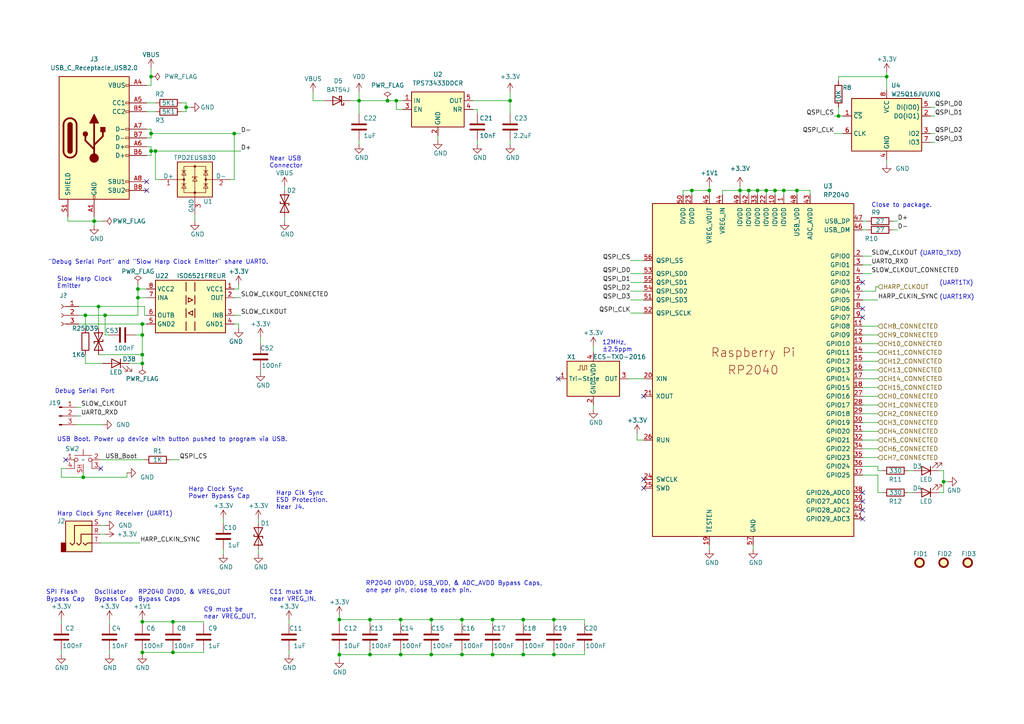
<source format=kicad_sch>
(kicad_sch (version 20231120) (generator "eeschema") (generator_version "8.0")
  (paper "A4")
  (title_block (rev "0.1") (company "The Allen Institute"))
  (junction (at 41.275 180.34))
  (junction (at 273.685 139.7))
  (junction (at 112.395 29.21))
  (junction (at 50.165 189.23))
  (junction (at 147.955 29.21))
  (junction (at 50.165 180.34))
  (junction (at 104.14 29.21))
  (junction (at 41.275 189.23))
  (junction (at 219.71 55.245))
  (junction (at 107.315 179.705))
  (junction (at 28.575 88.9))
  (junction (at 40.005 86.36))
  (junction (at 45.085 43.815))
  (junction (at 40.005 83.82))
  (junction (at 133.985 189.865))
  (junction (at 200.66 55.245))
  (junction (at 116.205 179.705))
  (junction (at 217.17 55.245))
  (junction (at 27.305 64.135))
  (junction (at 98.425 179.705))
  (junction (at 67.945 38.735))
  (junction (at 98.425 189.865))
  (junction (at 24.13 138.43))
  (junction (at 30.48 91.44))
  (junction (at 160.655 189.865))
  (junction (at 116.205 189.865))
  (junction (at 125.095 179.705))
  (junction (at 43.815 43.815))
  (junction (at 24.765 91.44))
  (junction (at 107.315 189.865))
  (junction (at 243.205 33.655))
  (junction (at 222.25 55.245))
  (junction (at 151.765 179.705))
  (junction (at 227.33 55.245))
  (junction (at 257.175 22.225))
  (junction (at 142.875 179.705))
  (junction (at 133.985 179.705))
  (junction (at 53.975 31.115))
  (junction (at 43.815 38.735))
  (junction (at 160.655 179.705))
  (junction (at 214.63 55.245))
  (junction (at 114.935 29.21))
  (junction (at 41.275 102.87))
  (junction (at 41.275 105.41))
  (junction (at 231.14 55.245))
  (junction (at 43.815 22.225))
  (junction (at 142.875 189.865))
  (junction (at 41.275 93.98))
  (junction (at 125.095 189.865))
  (junction (at 224.79 55.245))
  (junction (at 151.765 189.865))
  (junction (at 41.275 97.155))
  (junction (at 205.74 55.245))
  (no_connect (at 250.19 81.915))
  (no_connect (at 42.545 52.705))
  (no_connect (at 250.19 145.415))
  (no_connect (at 250.19 150.495))
  (no_connect (at 250.19 92.075))
  (no_connect (at 186.69 139.065))
  (no_connect (at 29.21 135.89))
  (no_connect (at 250.19 142.875))
  (no_connect (at 42.545 55.245))
  (no_connect (at 250.19 89.535))
  (no_connect (at 161.925 109.855))
  (no_connect (at 186.69 141.605))
  (no_connect (at 19.05 133.35))
  (no_connect (at 186.69 114.935))
  (no_connect (at 250.19 147.955))
  (wire (pts (xy 59.055 180.975) (xy 59.055 180.34)))
  (wire (pts (xy 250.19 102.235) (xy 254.635 102.235)))
  (wire (pts (xy 98.425 189.865) (xy 98.425 191.135)))
  (wire (pts (xy 257.175 22.225) (xy 257.175 26.035)))
  (wire (pts (xy 138.43 31.75) (xy 137.16 31.75)))
  (wire (pts (xy 250.19 120.015) (xy 254.635 120.015)))
  (wire (pts (xy 42.545 29.845) (xy 45.085 29.845)))
  (wire (pts (xy 200.66 55.245) (xy 200.66 56.515)))
  (wire (pts (xy 172.085 117.475) (xy 172.085 118.745)))
  (wire (pts (xy 69.85 86.36) (xy 67.945 86.36)))
  (wire (pts (xy 243.205 31.115) (xy 243.205 33.655)))
  (wire (pts (xy 17.78 138.43) (xy 24.13 138.43)))
  (wire (pts (xy 41.91 91.44) (xy 41.91 88.9)))
  (wire (pts (xy 42.545 86.36) (xy 40.005 86.36)))
  (wire (pts (xy 31.75 179.705) (xy 31.75 180.975)))
  (wire (pts (xy 142.875 189.865) (xy 133.985 189.865)))
  (wire (pts (xy 250.19 125.095) (xy 254.635 125.095)))
  (wire (pts (xy 53.975 31.115) (xy 53.975 29.845)))
  (wire (pts (xy 198.12 55.245) (xy 198.12 56.515)))
  (wire (pts (xy 125.095 188.595) (xy 125.095 189.865)))
  (wire (pts (xy 27.305 64.135) (xy 27.305 65.405)))
  (wire (pts (xy 182.245 109.855) (xy 186.69 109.855)))
  (wire (pts (xy 205.74 55.245) (xy 205.74 56.515)))
  (wire (pts (xy 257.175 20.955) (xy 257.175 22.225)))
  (wire (pts (xy 200.66 55.245) (xy 198.12 55.245)))
  (wire (pts (xy 40.005 91.44) (xy 30.48 91.44)))
  (wire (pts (xy 254 83.185) (xy 254.635 83.185)))
  (wire (pts (xy 43.815 43.815) (xy 43.815 45.085)))
  (wire (pts (xy 104.14 29.21) (xy 104.14 33.02)))
  (wire (pts (xy 41.275 180.34) (xy 50.165 180.34)))
  (wire (pts (xy 151.765 180.975) (xy 151.765 179.705)))
  (wire (pts (xy 82.55 62.865) (xy 82.55 64.135)))
  (wire (pts (xy 74.93 150.495) (xy 74.93 151.765)))
  (wire (pts (xy 133.985 188.595) (xy 133.985 189.865)))
  (wire (pts (xy 41.275 97.155) (xy 41.275 102.87)))
  (wire (pts (xy 160.655 189.865) (xy 169.545 189.865)))
  (wire (pts (xy 98.425 179.705) (xy 107.315 179.705)))
  (wire (pts (xy 234.95 56.515) (xy 234.95 55.245)))
  (wire (pts (xy 250.19 137.795) (xy 254.635 137.795)))
  (wire (pts (xy 224.79 55.245) (xy 224.79 56.515)))
  (wire (pts (xy 250.19 114.935) (xy 254.635 114.935)))
  (wire (pts (xy 138.43 40.64) (xy 138.43 41.91)))
  (wire (pts (xy 59.055 189.23) (xy 59.055 188.595)))
  (wire (pts (xy 53.975 31.115) (xy 55.245 31.115)))
  (wire (pts (xy 50.165 180.975) (xy 50.165 180.34)))
  (wire (pts (xy 43.815 24.765) (xy 42.545 24.765)))
  (wire (pts (xy 151.765 189.865) (xy 142.875 189.865)))
  (wire (pts (xy 250.19 66.675) (xy 251.46 66.675)))
  (wire (pts (xy 41.275 97.155) (xy 41.275 93.98)))
  (wire (pts (xy 114.935 31.75) (xy 116.84 31.75)))
  (wire (pts (xy 56.515 62.23) (xy 56.515 64.135)))
  (wire (pts (xy 169.545 179.705) (xy 160.655 179.705)))
  (wire (pts (xy 269.875 41.275) (xy 271.145 41.275)))
  (wire (pts (xy 243.205 23.495) (xy 243.205 22.225)))
  (wire (pts (xy 125.095 180.975) (xy 125.095 179.705)))
  (wire (pts (xy 273.685 139.7) (xy 273.685 142.875)))
  (wire (pts (xy 182.88 90.805) (xy 186.69 90.805)))
  (wire (pts (xy 36.83 138.43) (xy 36.83 137.16)))
  (wire (pts (xy 43.815 45.085) (xy 42.545 45.085)))
  (wire (pts (xy 272.415 136.525) (xy 273.685 136.525)))
  (wire (pts (xy 27.305 64.135) (xy 29.845 64.135)))
  (wire (pts (xy 254.635 136.525) (xy 255.905 136.525)))
  (wire (pts (xy 250.19 94.615) (xy 254.635 94.615)))
  (wire (pts (xy 269.875 38.735) (xy 271.145 38.735)))
  (wire (pts (xy 182.88 75.565) (xy 186.69 75.565)))
  (wire (pts (xy 41.275 102.87) (xy 41.275 105.41)))
  (wire (pts (xy 83.82 179.705) (xy 83.82 180.975)))
  (wire (pts (xy 254.635 136.525) (xy 254.635 135.255)))
  (wire (pts (xy 125.095 179.705) (xy 133.985 179.705)))
  (wire (pts (xy 250.19 76.835) (xy 252.73 76.835)))
  (wire (pts (xy 127 39.37) (xy 127 40.64)))
  (wire (pts (xy 98.425 189.865) (xy 107.315 189.865)))
  (wire (pts (xy 22.225 120.65) (xy 23.495 120.65)))
  (wire (pts (xy 169.545 188.595) (xy 169.545 189.865)))
  (wire (pts (xy 69.215 93.98) (xy 69.215 95.25)))
  (wire (pts (xy 41.275 97.155) (xy 39.37 97.155)))
  (wire (pts (xy 41.275 189.23) (xy 50.165 189.23)))
  (wire (pts (xy 42.545 83.82) (xy 40.005 83.82)))
  (wire (pts (xy 254 84.455) (xy 250.19 84.455)))
  (wire (pts (xy 43.815 19.685) (xy 43.815 22.225)))
  (wire (pts (xy 45.085 43.815) (xy 69.85 43.815)))
  (wire (pts (xy 133.985 179.705) (xy 133.985 180.975)))
  (wire (pts (xy 31.75 188.595) (xy 31.75 189.865)))
  (wire (pts (xy 104.14 40.64) (xy 104.14 41.91)))
  (wire (pts (xy 50.165 180.34) (xy 59.055 180.34)))
  (wire (pts (xy 234.95 55.245) (xy 231.14 55.245)))
  (wire (pts (xy 250.19 64.135) (xy 251.46 64.135)))
  (wire (pts (xy 49.53 133.35) (xy 52.07 133.35)))
  (wire (pts (xy 28.575 88.9) (xy 28.575 95.25)))
  (wire (pts (xy 214.63 55.245) (xy 217.17 55.245)))
  (wire (pts (xy 43.815 37.465) (xy 43.815 38.735)))
  (wire (pts (xy 147.955 33.02) (xy 147.955 29.21)))
  (wire (pts (xy 142.875 179.705) (xy 151.765 179.705)))
  (wire (pts (xy 17.78 138.43) (xy 17.78 135.89)))
  (wire (pts (xy 67.945 38.735) (xy 67.945 52.07)))
  (wire (pts (xy 273.685 136.525) (xy 273.685 139.7)))
  (wire (pts (xy 218.44 158.115) (xy 218.44 159.385)))
  (wire (pts (xy 250.19 86.995) (xy 254.635 86.995)))
  (wire (pts (xy 263.525 142.875) (xy 264.795 142.875)))
  (wire (pts (xy 250.19 135.255) (xy 254.635 135.255)))
  (wire (pts (xy 52.705 32.385) (xy 53.975 32.385)))
  (wire (pts (xy 222.25 55.245) (xy 222.25 56.515)))
  (wire (pts (xy 112.395 29.21) (xy 104.14 29.21)))
  (wire (pts (xy 214.63 53.975) (xy 214.63 55.245)))
  (wire (pts (xy 40.005 82.55) (xy 40.005 83.82)))
  (wire (pts (xy 250.19 104.775) (xy 254.635 104.775)))
  (wire (pts (xy 107.315 188.595) (xy 107.315 189.865)))
  (wire (pts (xy 45.085 52.07) (xy 46.355 52.07)))
  (wire (pts (xy 42.545 93.98) (xy 41.275 93.98)))
  (wire (pts (xy 114.935 31.75) (xy 114.935 29.21)))
  (wire (pts (xy 17.78 179.705) (xy 17.78 180.975)))
  (wire (pts (xy 116.205 179.705) (xy 125.095 179.705)))
  (wire (pts (xy 151.765 188.595) (xy 151.765 189.865)))
  (wire (pts (xy 250.19 79.375) (xy 252.73 79.375)))
  (wire (pts (xy 31.75 97.155) (xy 30.48 97.155)))
  (wire (pts (xy 255.905 142.875) (xy 254.635 142.875)))
  (wire (pts (xy 116.205 189.865) (xy 107.315 189.865)))
  (wire (pts (xy 42.545 91.44) (xy 41.91 91.44)))
  (wire (pts (xy 69.85 91.44) (xy 67.945 91.44)))
  (wire (pts (xy 205.74 158.115) (xy 205.74 159.385)))
  (wire (pts (xy 250.19 132.715) (xy 254.635 132.715)))
  (wire (pts (xy 250.19 99.695) (xy 254.635 99.695)))
  (wire (pts (xy 53.975 32.385) (xy 53.975 31.115)))
  (wire (pts (xy 17.78 135.89) (xy 19.05 135.89)))
  (wire (pts (xy 133.985 189.865) (xy 125.095 189.865)))
  (wire (pts (xy 209.55 55.245) (xy 209.55 56.515)))
  (wire (pts (xy 272.415 142.875) (xy 273.685 142.875)))
  (wire (pts (xy 263.525 136.525) (xy 264.795 136.525)))
  (wire (pts (xy 116.205 188.595) (xy 116.205 189.865)))
  (wire (pts (xy 41.275 106.045) (xy 41.275 105.41)))
  (wire (pts (xy 28.575 88.9) (xy 22.86 88.9)))
  (wire (pts (xy 41.275 188.595) (xy 41.275 189.23)))
  (wire (pts (xy 40.005 86.36) (xy 40.005 83.82)))
  (wire (pts (xy 214.63 55.245) (xy 209.55 55.245)))
  (wire (pts (xy 64.77 150.495) (xy 64.77 151.765)))
  (wire (pts (xy 231.14 55.245) (xy 231.14 56.515)))
  (wire (pts (xy 67.945 93.98) (xy 69.215 93.98)))
  (wire (pts (xy 112.395 29.21) (xy 114.935 29.21)))
  (wire (pts (xy 217.17 55.245) (xy 219.71 55.245)))
  (wire (pts (xy 41.275 179.705) (xy 41.275 180.34)))
  (wire (pts (xy 27.305 62.865) (xy 27.305 64.135)))
  (wire (pts (xy 243.205 33.655) (xy 244.475 33.655)))
  (wire (pts (xy 29.21 154.94) (xy 30.48 154.94)))
  (wire (pts (xy 151.765 189.865) (xy 160.655 189.865)))
  (wire (pts (xy 250.19 74.295) (xy 252.73 74.295)))
  (wire (pts (xy 19.685 62.865) (xy 19.685 64.135)))
  (wire (pts (xy 259.08 66.675) (xy 260.35 66.675)))
  (wire (pts (xy 29.21 157.48) (xy 40.64 157.48)))
  (wire (pts (xy 250.19 97.155) (xy 254.635 97.155)))
  (wire (pts (xy 41.275 180.34) (xy 41.275 180.975)))
  (wire (pts (xy 19.685 64.135) (xy 27.305 64.135)))
  (wire (pts (xy 186.69 79.375) (xy 182.88 79.375)))
  (wire (pts (xy 142.875 179.705) (xy 142.875 180.975)))
  (wire (pts (xy 214.63 55.245) (xy 214.63 56.515)))
  (wire (pts (xy 219.71 55.245) (xy 222.25 55.245)))
  (wire (pts (xy 24.765 105.41) (xy 29.845 105.41)))
  (wire (pts (xy 29.21 133.35) (xy 41.91 133.35)))
  (wire (pts (xy 30.48 91.44) (xy 30.48 97.155)))
  (wire (pts (xy 29.21 152.4) (xy 30.48 152.4)))
  (wire (pts (xy 269.875 33.655) (xy 271.145 33.655)))
  (wire (pts (xy 41.275 93.98) (xy 22.86 93.98)))
  (wire (pts (xy 116.205 179.705) (xy 107.315 179.705)))
  (wire (pts (xy 50.165 189.23) (xy 59.055 189.23)))
  (wire (pts (xy 186.69 86.995) (xy 182.88 86.995)))
  (wire (pts (xy 24.13 138.43) (xy 36.83 138.43)))
  (wire (pts (xy 41.275 189.23) (xy 41.275 189.865)))
  (wire (pts (xy 133.985 179.705) (xy 142.875 179.705)))
  (wire (pts (xy 231.14 55.245) (xy 227.33 55.245)))
  (wire (pts (xy 41.275 102.87) (xy 28.575 102.87)))
  (wire (pts (xy 107.315 179.705) (xy 107.315 180.975)))
  (wire (pts (xy 40.005 91.44) (xy 40.005 86.36)))
  (wire (pts (xy 254 83.185) (xy 254 84.455)))
  (wire (pts (xy 30.48 91.44) (xy 24.765 91.44)))
  (wire (pts (xy 205.74 53.975) (xy 205.74 55.245)))
  (wire (pts (xy 42.545 32.385) (xy 45.085 32.385)))
  (wire (pts (xy 24.765 91.44) (xy 24.765 95.25)))
  (wire (pts (xy 43.815 40.005) (xy 42.545 40.005)))
  (wire (pts (xy 82.55 53.975) (xy 82.55 55.245)))
  (wire (pts (xy 98.425 179.705) (xy 98.425 180.975)))
  (wire (pts (xy 142.875 188.595) (xy 142.875 189.865)))
  (wire (pts (xy 50.165 189.23) (xy 50.165 188.595)))
  (wire (pts (xy 273.685 139.7) (xy 274.955 139.7)))
  (wire (pts (xy 224.79 55.245) (xy 227.33 55.245)))
  (wire (pts (xy 217.17 55.245) (xy 217.17 56.515)))
  (wire (pts (xy 43.815 22.225) (xy 43.815 24.765)))
  (wire (pts (xy 83.82 188.595) (xy 83.82 189.865)))
  (wire (pts (xy 250.19 107.315) (xy 254.635 107.315)))
  (wire (pts (xy 269.875 31.115) (xy 271.145 31.115)))
  (wire (pts (xy 52.705 29.845) (xy 53.975 29.845)))
  (wire (pts (xy 43.815 43.815) (xy 45.085 43.815)))
  (wire (pts (xy 250.19 122.555) (xy 254.635 122.555)))
  (wire (pts (xy 116.84 29.21) (xy 114.935 29.21)))
  (wire (pts (xy 259.08 64.135) (xy 260.35 64.135)))
  (wire (pts (xy 116.205 179.705) (xy 116.205 180.975)))
  (wire (pts (xy 160.655 189.865) (xy 160.655 188.595)))
  (wire (pts (xy 24.765 102.87) (xy 24.765 105.41)))
  (wire (pts (xy 125.095 189.865) (xy 116.205 189.865)))
  (wire (pts (xy 250.19 127.635) (xy 254.635 127.635)))
  (wire (pts (xy 250.19 117.475) (xy 254.635 117.475)))
  (wire (pts (xy 172.085 100.33) (xy 172.085 102.235)))
  (wire (pts (xy 243.205 22.225) (xy 257.175 22.225)))
  (wire (pts (xy 137.16 29.21) (xy 147.955 29.21)))
  (wire (pts (xy 98.425 178.435) (xy 98.425 179.705)))
  (wire (pts (xy 222.25 55.245) (xy 224.79 55.245)))
  (wire (pts (xy 241.935 38.735) (xy 244.475 38.735)))
  (wire (pts (xy 64.77 159.385) (xy 64.77 160.655)))
  (wire (pts (xy 43.815 38.735) (xy 67.945 38.735)))
  (wire (pts (xy 93.98 29.21) (xy 90.805 29.21)))
  (wire (pts (xy 24.765 91.44) (xy 22.86 91.44)))
  (wire (pts (xy 250.19 130.175) (xy 254.635 130.175)))
  (wire (pts (xy 241.935 33.655) (xy 243.205 33.655)))
  (wire (pts (xy 74.93 159.385) (xy 74.93 160.655)))
  (wire (pts (xy 45.085 43.815) (xy 45.085 52.07)))
  (wire (pts (xy 22.225 123.19) (xy 29.845 123.19)))
  (wire (pts (xy 250.19 109.855) (xy 254.635 109.855)))
  (wire (pts (xy 67.945 83.82) (xy 69.215 83.82)))
  (wire (pts (xy 186.69 81.915) (xy 182.88 81.915)))
  (wire (pts (xy 75.565 97.79) (xy 75.565 99.695)))
  (wire (pts (xy 219.71 55.245) (xy 219.71 56.515)))
  (wire (pts (xy 160.655 180.975) (xy 160.655 179.705)))
  (wire (pts (xy 41.91 88.9) (xy 28.575 88.9)))
  (wire (pts (xy 104.14 29.21) (xy 104.14 26.67)))
  (wire (pts (xy 184.785 125.73) (xy 184.785 127.635)))
  (wire (pts (xy 24.13 137.16) (xy 24.13 138.43)))
  (wire (pts (xy 69.215 82.55) (xy 69.215 83.82)))
  (wire (pts (xy 169.545 180.975) (xy 169.545 179.705)))
  (wire (pts (xy 98.425 188.595) (xy 98.425 189.865)))
  (wire (pts (xy 250.19 112.395) (xy 254.635 112.395)))
  (wire (pts (xy 138.43 33.02) (xy 138.43 31.75)))
  (wire (pts (xy 147.955 26.67) (xy 147.955 29.21)))
  (wire (pts (xy 17.78 188.595) (xy 17.78 189.865)))
  (wire (pts (xy 43.815 38.735) (xy 43.815 40.005)))
  (wire (pts (xy 147.955 40.64) (xy 147.955 41.91)))
  (wire (pts (xy 43.815 42.545) (xy 43.815 43.815)))
  (wire (pts (xy 184.785 127.635) (xy 186.69 127.635)))
  (wire (pts (xy 90.805 29.21) (xy 90.805 26.67)))
  (wire (pts (xy 257.175 46.355) (xy 257.175 47.625)))
  (wire (pts (xy 67.945 52.07) (xy 66.675 52.07)))
  (wire (pts (xy 254.635 137.795) (xy 254.635 142.875)))
  (wire (pts (xy 205.74 55.245) (xy 200.66 55.245)))
  (wire (pts (xy 42.545 42.545) (xy 43.815 42.545)))
  (wire (pts (xy 22.225 118.11) (xy 23.495 118.11)))
  (wire (pts (xy 101.6 29.21) (xy 104.14 29.21)))
  (wire (pts (xy 227.33 55.245) (xy 227.33 56.515)))
  (wire (pts (xy 67.945 38.735) (xy 69.85 38.735)))
  (wire (pts (xy 75.565 107.315) (xy 75.565 107.95)))
  (wire (pts (xy 42.545 37.465) (xy 43.815 37.465)))
  (wire (pts (xy 160.655 179.705) (xy 151.765 179.705)))
  (wire (pts (xy 41.275 105.41) (xy 37.465 105.41)))
  (wire (pts (xy 186.69 84.455) (xy 182.88 84.455)))
  (text "C11 must be \nnear VREG_IN." (at 78.105 174.625 0) (effects (font (size 1.27 1.27)) (justify left bottom)))
  (text "\"Debug Serial Port\" and \"Slow Harp Clock Emitter\" share UART0." (at 13.97 76.835 0) (effects (font (size 1.27 1.27)) (justify left bottom)))
  (text "C9 must be \nnear VREG_OUT." (at 59.055 179.705 0) (effects (font (size 1.27 1.27)) (justify left bottom)))
  (text "SPI Flash\nBypass Cap" (at 13.335 174.625 0) (effects (font (size 1.27 1.27)) (justify left bottom)))
  (text "Close to package." (at 252.73 60.325 0) (effects (font (size 1.27 1.27)) (justify left bottom)))
  (text "Harp Clock Sync\nPower Bypass Cap" (at 54.61 144.78 0) (effects (font (size 1.27 1.27)) (justify left bottom)))
  (text "Harp Clock Sync Receiver (UART1)" (at 16.51 149.86 0) (effects (font (size 1.27 1.27)) (justify left bottom)))
  (text "Oscillator\nBypass Cap" (at 27.305 174.625 0) (effects (font (size 1.27 1.27)) (justify left bottom)))
  (text "RP2040 DVDD, & VREG_OUT \nBypass Caps" (at 40.005 174.625 0) (effects (font (size 1.27 1.27)) (justify left bottom)))
  (text "Debug Serial Port" (at 15.875 114.3 0) (effects (font (size 1.27 1.27)) (justify left bottom)))
  (text "USB Boot. Power up device with button pushed to program via USB." (at 16.51 128.27 0) (effects (font (size 1.27 1.27)) (justify left bottom)))
  (text "(UART0_TXD)" (at 266.7 74.295 0) (effects (font (size 1.27 1.27)) (justify left bottom)))
  (text "(UART1TX)\n\n(UART1RX)" (at 272.415 86.995 0) (effects (font (size 1.27 1.27)) (justify left bottom)))
  (text "RP2040 IOVDD, USB_VDD, & ADC_AVDD Bypass Caps, \none per pin, close to each pin." (at 106.045 172.085 0) (effects (font (size 1.27 1.27)) (justify left bottom)))
  (text "Near USB\nConnector" (at 78.105 48.895 0) (effects (font (size 1.27 1.27)) (justify left bottom)))
  (text "Slow Harp Clock\nEmitter" (at 16.51 83.82 0) (effects (font (size 1.27 1.27)) (justify left bottom)))
  (text "12MHz,\n±2.5ppm" (at 174.625 102.235 0) (effects (font (size 1.27 1.27)) (justify left bottom)))
  (text "Harp Clk Sync\nESD Protection.\nNear J4." (at 80.01 147.955 0) (effects (font (size 1.27 1.27)) (justify left bottom)))
  (label "D+" (at 69.85 43.815 0))
  (label "UART0_RXD" (at 252.73 76.835 0))
  (label "QSPI_CS" (at 241.935 33.655 180))
  (label "HARP_CLKIN_SYNC" (at 40.64 157.48 0))
  (label "SLOW_CLKOUT" (at 252.73 74.295 0))
  (label "D+" (at 260.35 64.135 0))
  (label "SLOW_CLKOUT_CONNECTED" (at 252.73 79.375 0))
  (label "QSPI_CLK" (at 182.88 90.805 180))
  (label "QSPI_D1" (at 271.145 33.655 0))
  (label "QSPI_D1" (at 182.88 81.915 180))
  (label "QSPI_D0" (at 182.88 79.375 180))
  (label "QSPI_CS" (at 52.07 133.35 0))
  (label "USB_Boot" (at 30.48 133.35 0))
  (label "QSPI_D2" (at 182.88 84.455 180))
  (label "D-" (at 260.35 66.675 0))
  (label "QSPI_D0" (at 271.145 31.115 0))
  (label "D-" (at 69.85 38.735 0))
  (label "QSPI_CLK" (at 241.935 38.735 180))
  (label "QSPI_CS" (at 182.88 75.565 180))
  (label "SLOW_CLKOUT" (at 23.495 118.11 0))
  (label "HARP_CLKIN_SYNC" (at 254.635 86.995 0))
  (label "UART0_RXD" (at 23.495 120.65 0))
  (label "QSPI_D3" (at 182.88 86.995 180))
  (label "QSPI_D2" (at 271.145 38.735 0))
  (label "SLOW_CLKOUT_CONNECTED" (at 69.85 86.36 0))
  (label "QSPI_D3" (at 271.145 41.275 0))
  (label "SLOW_CLKOUT" (at 69.85 91.44 0))
  (hierarchical_label "CH11_CONNECTED" (shape input) (at 254.635 102.235 0))
  (hierarchical_label "HARP_CLKOUT" (shape input) (at 254.635 83.185 0))
  (hierarchical_label "CH1_CONNECTED" (shape input) (at 254.635 117.475 0))
  (hierarchical_label "CH3_CONNECTED" (shape input) (at 254.635 122.555 0))
  (hierarchical_label "CH15_CONNECTED" (shape input) (at 254.635 112.395 0))
  (hierarchical_label "CH12_CONNECTED" (shape input) (at 254.635 104.775 0))
  (hierarchical_label "CH4_CONNECTED" (shape input) (at 254.635 125.095 0))
  (hierarchical_label "CH5_CONNECTED" (shape input) (at 254.635 127.635 0))
  (hierarchical_label "CH6_CONNECTED" (shape input) (at 254.635 130.175 0))
  (hierarchical_label "CH10_CONNECTED" (shape input) (at 254.635 99.695 0))
  (hierarchical_label "CH7_CONNECTED" (shape input) (at 254.635 132.715 0))
  (hierarchical_label "CH2_CONNECTED" (shape input) (at 254.635 120.015 0))
  (hierarchical_label "CH0_CONNECTED" (shape input) (at 254.635 114.935 0))
  (hierarchical_label "CH13_CONNECTED" (shape input) (at 254.635 107.315 0))
  (hierarchical_label "CH9_CONNECTED" (shape input) (at 254.635 97.155 0))
  (hierarchical_label "CH8_CONNECTED" (shape input) (at 254.635 94.615 0))
  (hierarchical_label "CH14_CONNECTED" (shape input) (at 254.635 109.855 0))
  (symbol (lib_id "power:+3.3V") (at 214.63 53.975 0) (unit 1)
    (property "Reference" "#PWR012" (effects (hide yes)))
    (property "Value" "+3.3V" (at 214.63 48.895 0))
  )
  (symbol (lib_id "power:GND") (at 138.43 41.91 0) (unit 1)
    (property "Reference" "#PWR032" (effects (hide yes)))
    (property "Value" "GND" (at 137.16 45.72 0) (effects (justify left)))
    (instances (project "clock_sync_16" (path "" (reference "#PWR032") (unit 1))) (project "harp_lick_detector_capactive" (path "" (reference "#PWR031") (unit 1))))
  )
  (symbol (lib_id "Device:R") (at 243.205 27.305 180) (unit 1)
    (property "Reference" "R8" (at 247.015 25.4 0) (effects (justify left)))
    (property "Value" "10K" (at 243.205 26.035 90) (effects (justify left)))
    (property "Footprint" "Resistor_SMD:R_0402_1005Metric" (effects (hide yes)))
    (property "Datasheet" "https://www.koaspeer.com/pdfs/SG73P.pdf" (effects (hide yes)))
    (property "Link" "https://www.digikey.com/en/products/detail/koa-speer-electronics-inc/SG73P1EWTTP1002F/14316756" (effects (hide yes)))
    (property "Manufacturer" "KOA Speer Electronics, Inc." (effects (hide yes)))
    (property "Manufacturer Number" "SG73P1EWTTP1002F" (effects (hide yes)))
    (property "Tolerance" "1%" (effects (hide yes)))
    (instances (project "clock_sync_16" (path "" (reference "R8") (unit 1))) (project "harp_lick_detector_capactive" (path "" (reference "R9") (unit 1))))
  )
  (symbol (lib_id "Connector:AudioJack3") (at 24.13 154.94 0) (unit 1)
    (property "Reference" "J2" (at 17.78 151.13 0))
    (property "Value" "AudioJack3" (effects (hide yes)))
    (property "Footprint" "Connector_Audio:Jack_3.5mm_CUI_SJ-3524-SMT_Horizontal" (effects (hide yes)))
    (property "Datasheet" "https://www.cuidevices.com/product/resource/sj-352x-smt.pdf" (effects (hide yes)))
    (property "Link" "https://www.digikey.com/en/products/detail/cui-devices/SJ-3524-SMT-TR-BE/2295987" (effects (hide yes)))
    (property "Manufacturer Number" "SJ-3524-SMT-TR" (effects (hide yes)))
    (property "Alternate" "SJ-3523-SMT-TR" (effects (hide yes)))
    (property "Manufacturer" "CUI Devices" (effects (hide yes)))
    (instances (project "clock_sync_16" (path "" (reference "J2") (unit 1))) (project "harp_lick_detector_capactive" (path "" (reference "J4") (unit 1))))
  )
  (symbol (lib_id "power:GND") (at 55.245 31.115 90) (unit 1)
    (property "Reference" "#PWR01" (effects (hide yes)))
    (property "Value" "GND" (at 62.23 31.115 90) (effects (justify left)))
    (instances (project "clock_sync_16" (path "" (reference "#PWR01") (unit 1))) (project "harp_lick_detector_capactive" (path "" (reference "#PWR031") (unit 1))))
  )
  (symbol (lib_id "power:+3.3V") (at 184.785 125.73 0) (unit 1)
    (property "Reference" "#PWR014" (effects (hide yes)))
    (property "Value" "+3.3V" (at 184.785 121.92 0))
  )
  (symbol (lib_id "Device:R") (at 45.72 133.35 90) (unit 1)
    (property "Reference" "R1" (at 45.72 130.81 90))
    (property "Value" "1K" (at 45.72 133.35 90))
    (property "Footprint" "Resistor_SMD:R_0402_1005Metric" (effects (hide yes)))
    (property "Datasheet" "n/a" (effects (hide yes)))
    (property "Tolerance" "1%" (effects (hide yes)))
    (property "Link" "https://www.digikey.com/en/products/detail/yageo/AC0402FR-131KL/14008372" (effects (hide yes)))
    (property "Manufacturer" "Yageo" (effects (hide yes)))
    (property "Manufacturer Number" "AC0402FR-131KL" (effects (hide yes)))
  )
  (symbol (lib_id "Device:C") (at 147.955 36.83 180) (unit 1)
    (property "Reference" "C23" (at 153.035 34.29 0) (effects (justify left)))
    (property "Value" "2.2uF" (at 154.305 39.37 0) (effects (justify left)))
    (property "Footprint" "Capacitor_SMD:C_0402_1005Metric" (effects (hide yes)))
    (property "Datasheet" "https://search.murata.co.jp/Ceramy/image/img/A01X/G101/ENG/GRM155Z71A225KE01-01.pdf" (effects (hide yes)))
    (property "Link" "https://www.digikey.com/en/products/detail/murata-electronics/GRM155Z71A225KE01D/13905066" (effects (hide yes)))
    (property "Manufacturer" "Murata Electronics" (effects (hide yes)))
    (property "Manufacturer Number" "GRM155Z71A225KE01D" (effects (hide yes)))
    (property "Rated Voltage" "10V" (effects (hide yes)))
    (property "Temperature Coefficient" "X7R" (effects (hide yes)))
    (property "Vendor Number" "490-GRM155Z71A225KE01DDKR-ND" (effects (hide yes)))
    (instances (project "clock_sync_16" (path "" (reference "C23") (unit 1))) (project "harp_lick_detector_capactive" (path "" (reference "C8") (unit 1)) (path "" (reference "C50") (unit 1)) (path "" (reference "C44") (unit 1))))
  )
  (symbol (lib_id "kicad_component_library:ECS-TXO-2016") (at 172.085 109.855 0) (unit 1)
    (property "Reference" "X1" (at 165.735 103.505 0))
    (property "Value" "ECS-TXO-2016" (at 179.705 103.505 0))
    (property "Footprint" "Crystal:Crystal_SMD_2016-4Pin_2.0x1.6mm" (effects (hide yes)))
    (property "Datasheet" "https://ecsxtal.com/store/pdf/ECS-TXO-2016.pdf" (effects (hide yes)))
    (property "Link" "https://www.digikey.com/en/products/detail/ecs-inc/ECS-TXO-2016-33-120-TR/10244135" (effects (hide yes)))
    (property "Manufacturer" "ECS Inc." (effects (hide yes)))
    (property "Manufacturer Number" "ECS-TXO-2016-33-120-TR" (effects (hide yes)))
    (property "Notes" "HCMOS" (effects (hide yes)))
    (property "Tolerance" "±2.5ppm" (effects (hide yes)))
    (property "PCBWay Link" "https://www.pcbway.com/components/detail/ECSTXO201633120TR/348903/" (effects (hide yes)))
  )
  (symbol (lib_id "Mechanical:Fiducial") (at 266.7 163.195 0) (unit 1)
    (property "Reference" "FID1" (at 264.795 160.655 0) (effects (justify left)))
    (property "Value" "Fiducial" (effects (hide yes)))
    (property "Footprint" "Fiducial:Fiducial_0.5mm_Mask1mm" (effects (hide yes)))
    (property "Datasheet" "n/a" (effects (hide yes)))
    (property "Link" "n/a" (effects (hide yes)))
    (property "Manufacturer" "n/a" (effects (hide yes)))
    (property "Manufacturer Number" "n/a" (effects (hide yes)))
    (property "PCBWay Link" "n/a" (effects (hide yes)))
  )
  (symbol (lib_id "Device:LED") (at 268.605 136.525 180) (unit 1)
    (property "Reference" "D3" (at 266.065 135.255 0))
    (property "Value" "LED" (at 268.605 139.065 0))
    (property "Footprint" "LED_SMD:LED_0603_1608Metric_Pad1.05x0.95mm_HandSolder" (effects (hide yes)))
    (property "Datasheet" "https://www.sunledusa.com/products/spec/XZCDGK53W-1VF.pdf" (effects (hide yes)))
    (property "Link" "https://www.digikey.com/en/products/detail/sunled/XZCDGK53W-1VF/15761905" (effects (hide yes)))
    (property "Notes" "2mA, 98mcd, green" (effects (hide yes)))
    (property "Manufacturer" "SunLED" (effects (hide yes)))
    (property "Manufacturer Number" "XZCDGK53W-1VF" (effects (hide yes)))
    (property "PCBWay Link" "https://www.pcbway.com/components/detail/XZCDGK53W1VF/501988/" (effects (hide yes)))
    (instances (project "clock_sync_16" (path "" (reference "D3") (unit 1))) (project "harp_lick_detector_capactive" (path "" (reference "D1") (unit 1))))
  )
  (symbol (lib_id "Device:C") (at 98.425 184.785 0) (unit 1)
    (property "Reference" "C12" (at 99.695 182.245 0) (effects (justify left)))
    (property "Value" "10uF" (at 99.695 187.325 0) (effects (justify left)))
    (property "Footprint" "Capacitor_SMD:C_0805_2012Metric" (effects (hide yes)))
    (property "Datasheet" "https://search.murata.co.jp/Ceramy/image/img/A01X/G101/ENG/GRM21BZ71E106KE15-01.pdf" (effects (hide yes)))
    (property "Link" "https://www.digikey.com/en/products/detail/murata-electronics/GRM21BZ71E106KE15L/13904911" (effects (hide yes)))
    (property "Manufacturer Number" "GRM21BZ71E106KE15L" (effects (hide yes)))
    (property "Rated Voltage" "25V" (effects (hide yes)))
    (property "Temperature Coefficient" "X7R" (effects (hide yes)))
    (property "Manufacturer" "Murata Electronics" (effects (hide yes)))
    (instances (project "clock_sync_16" (path "" (reference "C12") (unit 1))) (project "harp_lick_detector_capactive" (path "" (reference "C11") (unit 1))))
  )
  (symbol (lib_id "power:GND") (at 172.085 118.745 0) (unit 1)
    (property "Reference" "#PWR035" (effects (hide yes)))
    (property "Value" "GND" (at 170.815 122.555 0) (effects (justify left)))
    (instances (project "clock_sync_16" (path "" (reference "#PWR035") (unit 1))) (project "harp_lick_detector_capactive" (path "" (reference "#PWR031") (unit 1))))
  )
  (symbol (lib_id "Device:C") (at 50.165 184.785 180) (unit 1)
    (property "Reference" "C8" (at 53.975 182.245 0) (effects (justify left)))
    (property "Value" "100nF" (at 56.515 187.325 0) (effects (justify left)))
    (property "Footprint" "Capacitor_SMD:C_0402_1005Metric" (effects (hide yes)))
    (property "Datasheet" "http://www.passivecomponent.com/wp-content/uploads/datasheet/WTC_MLCC_General_Purpose.pdf" (effects (hide yes)))
    (property "Link" "https://www.digikey.com/en/products/detail/walsin-technology-corporation/0402B104K160CT/6707534" (effects (hide yes)))
    (property "Manufacturer" "Walson Technology Corporation" (effects (hide yes)))
    (property "Manufacturer Number" "0402B104K160CT" (effects (hide yes)))
    (property "Rated Voltage" "16V" (effects (hide yes)))
    (property "Temperature Coefficient" "X7R" (effects (hide yes)))
    (property "Tolerance" "10%" (effects (hide yes)))
    (property "PCBWay Link" "https://www.pcbway.com/components/detail/0402B104K160CT/307171/" (effects (hide yes)))
    (instances (project "clock_sync_16" (path "" (reference "C8") (unit 1))) (project "harp_lick_detector_capactive" (path "" (reference "C7") (unit 1))))
  )
  (symbol (lib_id "Device:R") (at 259.715 142.875 90) (unit 1)
    (property "Reference" "R12" (at 259.715 145.415 90))
    (property "Value" "330" (at 259.715 142.875 90))
    (property "Footprint" "Resistor_SMD:R_0402_1005Metric" (effects (hide yes)))
    (property "Datasheet" "https://www.yageo.com/upload/media/product/products/datasheet/rchip/PYu-RC_Group_51_RoHS_L_12.pdf" (effects (hide yes)))
    (property "Link" "https://www.digikey.com/en/products/detail/yageo/RC0402FR-07330RL/726594" (effects (hide yes)))
    (property "Manufacturer" "Yageo" (effects (hide yes)))
    (property "Manufacturer Number" "RC0402FR-07330RL" (effects (hide yes)))
    (property "Tolerance" "0.1%" (effects (hide yes)))
    (property "Notes" "indicator LED" (effects (hide yes)))
    (instances (project "clock_sync_16" (path "" (reference "R12") (unit 1))) (project "harp_lick_detector_capactive" (path "" (reference "R13") (unit 1))))
  )
  (symbol (lib_id "power:GND") (at 27.305 65.405 0) (unit 1)
    (property "Reference" "#PWR019" (effects (hide yes)))
    (property "Value" "GND" (at 26.035 69.215 0) (effects (justify left)))
    (instances (project "clock_sync_16" (path "" (reference "#PWR019") (unit 1))) (project "harp_lick_detector_capactive" (path "" (reference "#PWR031") (unit 1))))
  )
  (symbol (lib_id "kicad_component_library:ISO6521FREUR") (at 55.245 88.9 0) (mirror y) (unit 1)
    (property "Reference" "U22" (at 46.99 80.01 0))
    (property "Value" "ISO6521FREUR" (at 58.42 80.01 0))
    (property "Footprint" "kicad_component_library:DFN-8_3x2mm_P0.5mm" (effects (hide yes)))
    (property "Datasheet" "https://www.ti.com/lit/ds/symlink/iso6521.pdf?ts=1710940335793&ref_url=https%253A%252F%252Fwww.ti.com%252Fproduct%252FISO6521" (effects (hide yes)))
    (property "Manufacturer" "Texas Instruments" (effects (hide yes)))
    (property "Manufacturer Number" "ISO6521FREUR" (effects (hide yes)))
  )
  (symbol (lib_id "Device:R") (at 259.715 136.525 90) (unit 1)
    (property "Reference" "R11" (at 259.715 139.065 90))
    (property "Value" "330" (at 259.715 136.525 90))
    (property "Footprint" "Resistor_SMD:R_0402_1005Metric" (effects (hide yes)))
    (property "Datasheet" "https://www.yageo.com/upload/media/product/products/datasheet/rchip/PYu-RC_Group_51_RoHS_L_12.pdf" (effects (hide yes)))
    (property "Link" "https://www.digikey.com/en/products/detail/yageo/RC0402FR-07330RL/726594" (effects (hide yes)))
    (property "Manufacturer" "Yageo" (effects (hide yes)))
    (property "Manufacturer Number" "RC0402FR-07330RL" (effects (hide yes)))
    (property "Tolerance" "0.1%" (effects (hide yes)))
    (property "Notes" "indicator LED" (effects (hide yes)))
    (instances (project "clock_sync_16" (path "" (reference "R11") (unit 1))) (project "harp_lick_detector_capactive" (path "" (reference "R12") (unit 1))))
  )
  (symbol (lib_id "power:VBUS") (at 43.815 19.685 0) (unit 1)
    (property "Reference" "#PWR017" (effects (hide yes)))
    (property "Value" "VBUS" (at 43.815 15.875 0))
    (instances (project "clock_sync_16" (path "" (reference "#PWR017") (unit 1))) (project "harp_lick_detector_capactive" (path "" (reference "#PWR016") (unit 1))))
  )
  (symbol (lib_id "power:GND") (at 205.74 159.385 0) (unit 1)
    (property "Reference" "#PWR039" (effects (hide yes)))
    (property "Value" "GND" (at 204.47 163.195 0) (effects (justify left)))
    (instances (project "clock_sync_16" (path "" (reference "#PWR039") (unit 1))) (project "harp_lick_detector_capactive" (path "" (reference "#PWR034") (unit 1))))
  )
  (symbol (lib_id "power:VBUS") (at 82.55 53.975 0) (unit 1)
    (property "Reference" "#PWR026" (effects (hide yes)))
    (property "Value" "VBUS" (at 82.55 50.165 0))
    (instances (project "clock_sync_16" (path "" (reference "#PWR026") (unit 1))) (project "harp_lick_detector_capactive" (path "" (reference "#PWR055") (unit 1))))
  )
  (symbol (lib_id "power:+3.3V") (at 257.175 20.955 0) (unit 1)
    (property "Reference" "#PWR042" (effects (hide yes)))
    (property "Value" "+3.3V" (at 257.175 17.145 0))
    (instances (project "clock_sync_16" (path "" (reference "#PWR042") (unit 1))) (project "harp_lick_detector_capactive" (path "" (reference "#PWR037") (unit 1))))
  )
  (symbol (lib_id "Device:C") (at 138.43 36.83 0) (unit 1)
    (property "Reference" "C21" (at 139.065 34.29 0) (effects (justify left)))
    (property "Value" "10nF" (at 139.065 39.37 0) (effects (justify left)))
    (property "Footprint" "Capacitor_SMD:C_0402_1005Metric" (effects (hide yes)))
    (property "Datasheet" "https://search.murata.co.jp/Ceramy/image/img/A01X/G101/ENG/GRM1555C1E103GE01-01A.pdf" (effects (hide yes)))
    (property "Link" "https://www.digikey.com/en/products/detail/murata-electronics/GRM1555C1E103GE01D/16033920" (effects (hide yes)))
    (property "Manufacturer Number" "GRM1555C1E103GE01D" (effects (hide yes)))
    (property "Manufacturer" "Murata Electronics" (effects (hide yes)))
    (property "Rated Voltage" "25V" (effects (hide yes)))
    (property "Temperature Coefficient" "COG/NP0" (effects (hide yes)))
    (property "Vendor Number" "490-GRM1555C1E103GE01DDKR-ND" (effects (hide yes)))
    (property "Tolerance" "2%" (effects (hide yes)))
    (instances (project "clock_sync_16" (path "" (reference "C21") (unit 1))) (project "harp_lick_detector_capactive" (path "" (reference "C32") (unit 1)) (path "" (reference "C10") (unit 1))))
  )
  (symbol (lib_id "Device:LED") (at 268.605 142.875 180) (unit 1)
    (property "Reference" "D4" (at 266.065 141.605 0))
    (property "Value" "LED" (at 268.605 145.415 0))
    (property "Footprint" "LED_SMD:LED_0603_1608Metric_Pad1.05x0.95mm_HandSolder" (effects (hide yes)))
    (property "Datasheet" "https://www.sunledusa.com/products/spec/XZCDGK53W-1VF.pdf" (effects (hide yes)))
    (property "Link" "https://www.digikey.com/en/products/detail/sunled/XZCDGK53W-1VF/15761905" (effects (hide yes)))
    (property "Notes" "2mA, 98mcd, green" (effects (hide yes)))
    (property "Manufacturer" "SunLED" (effects (hide yes)))
    (property "Manufacturer Number" "XZCDGK53W-1VF" (effects (hide yes)))
    (property "PCBWay Link" "https://www.pcbway.com/components/detail/XZCDGK53W1VF/501988/" (effects (hide yes)))
    (instances (project "clock_sync_16" (path "" (reference "D4") (unit 1))) (project "harp_lick_detector_capactive" (path "" (reference "D2") (unit 1))))
  )
  (symbol (lib_id "power:GND") (at 83.82 189.865 0) (unit 1)
    (property "Reference" "#PWR025" (effects (hide yes)))
    (property "Value" "GND" (at 81.915 193.675 0) (effects (justify left)))
    (instances (project "clock_sync_16" (path "" (reference "#PWR025") (unit 1))) (project "harp_lick_detector_capactive" (path "" (reference "#PWR022") (unit 1))))
  )
  (symbol (lib_id "power:+3.3V") (at 64.77 150.495 0) (unit 1)
    (property "Reference" "#PWR020" (effects (hide yes)))
    (property "Value" "+3.3V" (at 64.77 146.685 0))
    (instances (project "clock_sync_16" (path "" (reference "#PWR020") (unit 1))) (project "harp_lick_detector_capactive" (path "" (reference "#PWR017") (unit 1))))
  )
  (symbol (lib_id "power:GND") (at 127 40.64 0) (unit 1)
    (property "Reference" "#PWR031" (effects (hide yes)))
    (property "Value" "GND" (at 125.73 44.45 0) (effects (justify left)))
  )
  (symbol (lib_id "power:GND") (at 82.55 64.135 0) (unit 1)
    (property "Reference" "#PWR05" (effects (hide yes)))
    (property "Value" "GND" (at 81.28 67.945 0) (effects (justify left)))
    (instances (project "clock_sync_16" (path "" (reference "#PWR05") (unit 1))) (project "harp_lick_detector_capactive" (path "" (reference "#PWR031") (unit 1))))
  )
  (symbol (lib_id "power:+3.3V") (at 74.93 150.495 0) (unit 1)
    (property "Reference" "#PWR022" (effects (hide yes)))
    (property "Value" "+3.3V" (at 74.93 146.685 0))
    (instances (project "clock_sync_16" (path "" (reference "#PWR022") (unit 1))) (project "harp_lick_detector_capactive" (path "" (reference "#PWR094") (unit 1))))
  )
  (symbol (lib_id "Device:D_TVS") (at 74.93 155.575 90) (unit 1)
    (property "Reference" "D1" (at 75.565 151.765 90) (effects (justify right)))
    (property "Value" "D_TVS" (effects (hide yes)))
    (property "Footprint" "Diode_SMD:D_0402_1005Metric" (effects (hide yes)))
    (property "Datasheet" "https://www.onsemi.com/pdf/datasheet/esd7571-d.pdf" (effects (hide yes)))
    (property "Link" "https://www.digikey.com/en/products/detail/onsemi/ESD7571N2T5G/7220690" (effects (hide yes)))
    (property "Manufacturer" "onsemi" (effects (hide yes)))
    (property "Manufacturer Number" "ESD7571N2T5G" (effects (hide yes)))
    (property "Notes" "not polarized" (effects (hide yes)))
    (instances (project "clock_sync_16" (path "" (reference "D1") (unit 1))) (project "usb_isolated" (path "" (reference "D3") (unit 1))))
  )
  (symbol (lib_id "power:+3.3V") (at 31.75 179.705 0) (unit 1)
    (property "Reference" "#PWR010" (effects (hide yes)))
    (property "Value" "+3.3V" (at 31.75 175.895 0))
    (instances (project "clock_sync_16" (path "" (reference "#PWR010") (unit 1))) (project "harp_lick_detector_capactive" (path "" (reference "#PWR064") (unit 1)) (path "" (reference "#PWR064") (unit 1))))
  )
  (symbol (lib_id "Device:C") (at 169.545 184.785 180) (unit 1)
    (property "Reference" "C20" (at 173.355 182.245 0) (effects (justify left)))
    (property "Value" "100nF" (at 175.895 187.325 0) (effects (justify left)))
    (property "Footprint" "Capacitor_SMD:C_0402_1005Metric" (effects (hide yes)))
    (property "Datasheet" "http://www.passivecomponent.com/wp-content/uploads/datasheet/WTC_MLCC_General_Purpose.pdf" (effects (hide yes)))
    (property "Link" "https://www.digikey.com/en/products/detail/walsin-technology-corporation/0402B104K160CT/6707534" (effects (hide yes)))
    (property "Manufacturer" "Walson Technology Corporation" (effects (hide yes)))
    (property "Manufacturer Number" "0402B104K160CT" (effects (hide yes)))
    (property "Rated Voltage" "16V" (effects (hide yes)))
    (property "Temperature Coefficient" "X7R" (effects (hide yes)))
    (property "Tolerance" "10%" (effects (hide yes)))
    (property "PCBWay Link" "https://www.pcbway.com/components/detail/0402B104K160CT/307171/" (effects (hide yes)))
    (instances (project "clock_sync_16" (path "" (reference "C20") (unit 1))) (project "harp_lick_detector_capactive" (path "" (reference "C19") (unit 1))))
  )
  (symbol (lib_id "power:GND") (at 29.845 123.19 90) (unit 1)
    (property "Reference" "#PWR0137" (effects (hide yes)))
    (property "Value" "GND" (at 33.655 123.1899 90) (effects (justify right)))
    (instances (project "clock_sync_16" (path "" (reference "#PWR0137") (unit 1))) (project "usb_isolated" (path "" (reference "#PWR09") (unit 1))))
  )
  (symbol (lib_id "power:+1V1") (at 205.74 53.975 0) (unit 1)
    (property "Reference" "#PWR038" (effects (hide yes)))
    (property "Value" "+1V1" (at 205.74 50.165 0))
    (instances (project "clock_sync_16" (path "" (reference "#PWR038") (unit 1))) (project "harp_lick_detector_capactive" (path "" (reference "#PWR033") (unit 1))))
  )
  (symbol (lib_id "power:+3.3V") (at 98.425 178.435 0) (unit 1)
    (property "Reference" "#PWR028" (effects (hide yes)))
    (property "Value" "+3.3V" (at 98.425 174.625 0))
    (instances (project "clock_sync_16" (path "" (reference "#PWR028") (unit 1))) (project "harp_lick_detector_capactive" (path "" (reference "#PWR023") (unit 1))))
  )
  (symbol (lib_id "Device:C") (at 142.875 184.785 180) (unit 1)
    (property "Reference" "C17" (at 146.685 182.245 0) (effects (justify left)))
    (property "Value" "100nF" (at 149.225 187.325 0) (effects (justify left)))
    (property "Footprint" "Capacitor_SMD:C_0402_1005Metric" (effects (hide yes)))
    (property "Datasheet" "http://www.passivecomponent.com/wp-content/uploads/datasheet/WTC_MLCC_General_Purpose.pdf" (effects (hide yes)))
    (property "Link" "https://www.digikey.com/en/products/detail/walsin-technology-corporation/0402B104K160CT/6707534" (effects (hide yes)))
    (property "Manufacturer" "Walson Technology Corporation" (effects (hide yes)))
    (property "Manufacturer Number" "0402B104K160CT" (effects (hide yes)))
    (property "Rated Voltage" "16V" (effects (hide yes)))
    (property "Temperature Coefficient" "X7R" (effects (hide yes)))
    (property "Tolerance" "10%" (effects (hide yes)))
    (property "PCBWay Link" "https://www.pcbway.com/components/detail/0402B104K160CT/307171/" (effects (hide yes)))
    (instances (project "clock_sync_16" (path "" (reference "C17") (unit 1))) (project "harp_lick_detector_capactive" (path "" (reference "C16") (unit 1))))
  )
  (symbol (lib_id "Device:C") (at 133.985 184.785 180) (unit 1)
    (property "Reference" "C16" (at 137.795 182.245 0) (effects (justify left)))
    (property "Value" "100nF" (at 140.335 187.325 0) (effects (justify left)))
    (property "Footprint" "Capacitor_SMD:C_0402_1005Metric" (effects (hide yes)))
    (property "Datasheet" "http://www.passivecomponent.com/wp-content/uploads/datasheet/WTC_MLCC_General_Purpose.pdf" (effects (hide yes)))
    (property "Link" "https://www.digikey.com/en/products/detail/walsin-technology-corporation/0402B104K160CT/6707534" (effects (hide yes)))
    (property "Manufacturer" "Walson Technology Corporation" (effects (hide yes)))
    (property "Manufacturer Number" "0402B104K160CT" (effects (hide yes)))
    (property "Rated Voltage" "16V" (effects (hide yes)))
    (property "Temperature Coefficient" "X7R" (effects (hide yes)))
    (property "Tolerance" "10%" (effects (hide yes)))
    (property "PCBWay Link" "https://www.pcbway.com/components/detail/0402B104K160CT/307171/" (effects (hide yes)))
    (instances (project "clock_sync_16" (path "" (reference "C16") (unit 1))) (project "harp_lick_detector_capactive" (path "" (reference "C15") (unit 1))))
  )
  (symbol (lib_id "pi_pico:RP2040") (at 218.44 107.315 0) (unit 1)
    (property "Reference" "U3" (at 238.76 53.975 0) (effects (justify left)))
    (property "Value" "RP2040" (at 238.76 56.515 0) (effects (justify left)))
    (property "Footprint" "kicad_component_library:RP2040-QFN-56" (effects (hide yes)))
    (property "Datasheet" "https://datasheets.raspberrypi.com/rp2040/rp2040-datasheet.pdf" (effects (hide yes)))
    (property "PCBWay Link" "https://www.pcbway.com/components/detail/SC091413/363165/" (effects (hide yes)))
    (property "Link" "https://www.digikey.com/en/products/detail/raspberry-pi/SC0914-13/14306010?s=N4IgTCBcDaIE4AcwAYAsyQF0C%2BQ" (effects (hide yes)))
    (property "Manufacturer Number" "SC0914(13)" (effects (hide yes)))
    (property "Manufacturer" "Raspberry Pi" (effects (hide yes)))
    (instances (project "clock_sync_16" (path "" (reference "U3") (unit 1))) (project "harp_lick_detector_capactive" (path "" (reference "U4") (unit 1))))
  )
  (symbol (lib_id "Device:C") (at 83.82 184.785 0) (unit 1)
    (property "Reference" "C11" (at 83.82 182.245 0) (effects (justify left)))
    (property "Value" "1uF" (at 85.09 187.325 0) (effects (justify left)))
    (property "Footprint" "Capacitor_SMD:C_0402_1005Metric" (effects (hide yes)))
    (property "Datasheet" "https://search.murata.co.jp/Ceramy/image/img/A01X/G101/ENG/GRM155R6YA105KE11-01.pdf" (effects (hide yes)))
    (property "Notes" "must not be polarized" (effects (hide yes)))
    (property "Link" "https://www.digikey.com/en/products/detail/murata-electronics/GRM155R6YA105KE11J/4905163" (effects (hide yes)))
    (property "Manufacturer Number" "GRM155R6YA105KE11J" (effects (hide yes)))
    (property "Manufacturer" "Murata Electronics" (effects (hide yes)))
    (property "Rated Voltage" "35V" (effects (hide yes)))
    (property "Temperature Coefficient" "X5R" (effects (hide yes)))
    (instances (project "clock_sync_16" (path "" (reference "C11") (unit 1))) (project "harp_lick_detector_capactive" (path "" (reference "C10") (unit 1))))
  )
  (symbol (lib_id "kicad_component_library:SW_Push_with_gnd") (at 24.13 133.35 0) (unit 1)
    (property "Reference" "SW2" (at 20.955 130.175 0))
    (property "Value" "~" (at 24.13 133.35 0))
    (property "Footprint" "kicad_component_library:SW_Push_1P1T-SH_NO_Vertical_Wuerth_WS-TASV" (effects (hide yes)))
    (property "Datasheet" "https://www.we-online.com/components/products/datasheet/435451019820.pdf" (effects (hide yes)))
    (property "Manufacturer Number" "435451019820" (effects (hide yes)))
    (property "Manufacturer" "Würth Elektronik" (effects (hide yes)))
    (property "Link" "https://www.digikey.com/en/products/detail/w%C3%BCrth-elektronik/435451019820/18735367" (effects (hide yes)))
    (property "Alternate" "https://www.digikey.com/en/products/detail/w%C3%BCrth-elektronik/435431019840/18735375" (effects (hide yes)))
    (property "Notes" "aqueous washable" (effects (hide yes)))
    (instances (project "clock_sync_16" (path "" (reference "SW2") (unit 1))) (project "usb_isolated" (path "" (reference "SW1") (unit 1))))
  )
  (symbol (lib_id "Device:R") (at 48.895 32.385 90) (unit 1)
    (property "Reference" "R3" (at 46.355 34.925 90))
    (property "Value" "5K1" (at 48.895 32.385 90))
    (property "Footprint" "Resistor_SMD:R_0402_1005Metric" (effects (hide yes)))
    (property "Datasheet" "https://www.yageo.com/upload/media/product/productsearch/datasheet/rchip/PYu-RT_1-to-0.01_RoHS_L_13.pdf" (effects (hide yes)))
    (property "Link" "https://www.digikey.com/en/products/detail/yageo/RT0402FRE075K1L/1072083" (effects (hide yes)))
    (property "Manufacturer" "Yageo" (effects (hide yes)))
    (property "Manufacturer Number" "RT0402FRE075K1L" (effects (hide yes)))
    (property "Tolerance" "1%" (effects (hide yes)))
    (property "PCBWay Link" "https://www.pcbway.com/components/detail/RT0402FRE075K1L/449762/" (effects (hide yes)))
  )
  (symbol (lib_id "power:PWR_FLAG") (at 41.275 106.045 0) (mirror x) (unit 1)
    (property "Reference" "#FLG036" (effects (hide yes)))
    (property "Value" "PWR_FLAG" (at 41.275 109.855 0))
  )
  (symbol (lib_id "Device:R") (at 255.27 66.675 90) (unit 1)
    (property "Reference" "R10" (at 252.73 69.215 90))
    (property "Value" "27" (at 255.27 66.675 90))
    (property "Footprint" "Resistor_SMD:R_0402_1005Metric" (effects (hide yes)))
    (property "Datasheet" "https://www.yageo.com/upload/media/product/products/datasheet/rchip/PYu-RC_Group_51_RoHS_L_12.pdf" (effects (hide yes)))
    (property "Link" "https://www.digikey.com/en/products/detail/yageo/RC0402FR-0727RL/5280946" (effects (hide yes)))
    (property "Manufacturer" "Yageo" (effects (hide yes)))
    (property "Manufacturer Number" "RC0402FR-0727RL" (effects (hide yes)))
    (property "Tolerance" "1%" (effects (hide yes)))
    (property "PCBWay Link" "https://www.pcbway.com/components/detail/RC0402FR0727RL/656670/" (effects (hide yes)))
    (instances (project "clock_sync_16" (path "" (reference "R10") (unit 1))) (project "harp_lick_detector_capactive" (path "" (reference "R11") (unit 1))))
  )
  (symbol (lib_id "power:GND") (at 30.48 152.4 90) (unit 1)
    (property "Reference" "#PWR07" (effects (hide yes)))
    (property "Value" "GND" (at 34.29 152.3999 90) (effects (justify right)))
  )
  (symbol (lib_id "power:GND") (at 104.14 41.91 0) (unit 1)
    (property "Reference" "#PWR036" (effects (hide yes)))
    (property "Value" "GND" (at 102.87 45.72 0) (effects (justify left)))
    (instances (project "clock_sync_16" (path "" (reference "#PWR036") (unit 1))) (project "harp_lick_detector_capactive" (path "" (reference "#PWR031") (unit 1))))
  )
  (symbol (lib_id "Diode:BAT54J") (at 97.79 29.21 180) (unit 1)
    (property "Reference" "D5" (at 98.1075 23.495 0))
    (property "Value" "BAT54J" (at 98.1075 26.035 0))
    (property "Footprint" "Diode_SMD:D_SOD-323F" (effects (hide yes)))
    (property "Datasheet" "https://assets.nexperia.com/documents/data-sheet/BAT54J.pdf" (effects (hide yes)))
    (property "Manufacturer Number" "BAT54J,115" (effects (hide yes)))
    (property "Manufacturer" "Nexperia USA Inc." (effects (hide yes)))
    (property "PCBWay Link" "https://www.pcbway.com/components/detail/BAT54J115/291478/" (effects (hide yes)))
    (property "Link" "https://www.digikey.com/en/products/detail/nexperia-usa-inc/BAT54J-115/1692654" (effects (hide yes)))
  )
  (symbol (lib_id "power:VBUS") (at 90.805 26.67 0) (unit 1)
    (property "Reference" "#PWR027" (effects (hide yes)))
    (property "Value" "VBUS" (at 90.805 22.86 0))
    (instances (project "clock_sync_16" (path "" (reference "#PWR027") (unit 1))) (project "harp_lick_detector_capactive" (path "" (reference "#PWR016") (unit 1))))
  )
  (symbol (lib_id "power:+3.3V") (at 147.955 26.67 0) (unit 1)
    (property "Reference" "#PWR09" (effects (hide yes)))
    (property "Value" "+3.3V" (at 147.955 22.225 0))
  )
  (symbol (lib_id "Device:C") (at 35.56 97.155 270) (unit 1)
    (property "Reference" "C53" (at 30.48 95.885 90) (effects (justify left)))
    (property "Value" "100nF" (at 33.02 100.965 90) (effects (justify left)))
    (property "Footprint" "Capacitor_SMD:C_0402_1005Metric" (effects (hide yes)))
    (property "Datasheet" "http://www.passivecomponent.com/wp-content/uploads/datasheet/WTC_MLCC_General_Purpose.pdf" (effects (hide yes)))
    (property "Link" "https://www.digikey.com/en/products/detail/walsin-technology-corporation/0402B104K160CT/6707534" (effects (hide yes)))
    (property "Manufacturer" "Walson Technology Corporation" (effects (hide yes)))
    (property "Manufacturer Number" "0402B104K160CT" (effects (hide yes)))
    (property "Rated Voltage" "16V" (effects (hide yes)))
    (property "Temperature Coefficient" "X7R" (effects (hide yes)))
    (property "Tolerance" "10%" (effects (hide yes)))
    (property "PCBWay Link" "https://www.pcbway.com/components/detail/0402B104K160CT/307171/" (effects (hide yes)))
    (instances (project "clock_sync_16" (path "" (reference "C53") (unit 1))) (project "harp_lick_detector_capactive" (path "" (reference "C1") (unit 1))))
  )
  (symbol (lib_id "Connector:USB_C_Receptacle_USB2.0") (at 27.305 40.005 0) (unit 1)
    (property "Reference" "J3" (at 27.305 17.145 0))
    (property "Value" "USB_C_Receptacle_USB2.0" (at 27.305 19.685 0))
    (property "Footprint" "Connector_USB:USB_C_Receptacle_JAE_DX07S016JA1R1500" (effects (hide yes)))
    (property "Datasheet" "https://www.jae.com/direct/topics/topics_file_download/?topics_id=66500&ext_no=04&_lang=en&v=2019072610033121856109" (effects (hide yes)))
    (property "Link" "https://www.digikey.com/en/products/detail/jae-electronics/DX07S016JA1R1500/11585731?s=N4IgTCBcDaICIA0AMB2AykgjANgFIEFMAlTAViSRAF0BfIA" (effects (hide yes)))
    (property "Manufacturer" "JAE Electronics" (effects (hide yes)))
    (property "Manufacturer Number" "DX07S016JA1R1500" (effects (hide yes)))
    (property "PCBWay Link" "https://www.pcbway.com/components/detail/DX07S016JA1R1500/10895/" (effects (hide yes)))
    (instances (project "clock_sync_16" (path "" (reference "J3") (unit 1))) (project "harp_lick_detector_capactive" (path "" (reference "J5") (unit 1))))
  )
  (symbol (lib_id "Device:C") (at 104.14 36.83 0) (unit 1)
    (property "Reference" "C22" (at 105.41 34.29 0) (effects (justify left)))
    (property "Value" "1uF" (at 105.41 39.37 0) (effects (justify left)))
    (property "Footprint" "Capacitor_SMD:C_0402_1005Metric" (effects (hide yes)))
    (property "Datasheet" "https://search.murata.co.jp/Ceramy/image/img/A01X/G101/ENG/GRM155R6YA105KE11-01.pdf" (effects (hide yes)))
    (property "Notes" "must not be polarized" (effects (hide yes)))
    (property "Link" "https://www.digikey.com/en/products/detail/murata-electronics/GRM155R6YA105KE11J/4905163" (effects (hide yes)))
    (property "Manufacturer Number" "GRM155R6YA105KE11J" (effects (hide yes)))
    (property "Manufacturer" "Murata Electronics" (effects (hide yes)))
    (property "Rated Voltage" "35V" (effects (hide yes)))
    (property "Temperature Coefficient" "X5R" (effects (hide yes)))
    (instances (project "clock_sync_16" (path "" (reference "C22") (unit 1))) (project "harp_lick_detector_capactive" (path "" (reference "C6") (unit 1)) (path "" (reference "C41") (unit 1))))
  )
  (symbol (lib_id "Device:C") (at 17.78 184.785 180) (unit 1)
    (property "Reference" "C2" (at 21.59 182.245 0) (effects (justify left)))
    (property "Value" "100nF" (at 24.13 187.325 0) (effects (justify left)))
    (property "Footprint" "Capacitor_SMD:C_0402_1005Metric" (effects (hide yes)))
    (property "Datasheet" "http://www.passivecomponent.com/wp-content/uploads/datasheet/WTC_MLCC_General_Purpose.pdf" (effects (hide yes)))
    (property "Link" "https://www.digikey.com/en/products/detail/walsin-technology-corporation/0402B104K160CT/6707534" (effects (hide yes)))
    (property "Manufacturer" "Walson Technology Corporation" (effects (hide yes)))
    (property "Manufacturer Number" "0402B104K160CT" (effects (hide yes)))
    (property "Rated Voltage" "16V" (effects (hide yes)))
    (property "Temperature Coefficient" "X7R" (effects (hide yes)))
    (property "Tolerance" "10%" (effects (hide yes)))
    (property "PCBWay Link" "https://www.pcbway.com/components/detail/0402B104K160CT/307171/" (effects (hide yes)))
    (instances (project "clock_sync_16" (path "" (reference "C2") (unit 1))) (project "harp_lick_detector_capactive" (path "" (reference "C1") (unit 1))))
  )
  (symbol (lib_id "power:+3.3V") (at 75.565 97.79 0) (unit 1)
    (property "Reference" "#PWR040" (effects (hide yes)))
    (property "Value" "+3.3V" (at 75.565 93.98 0))
    (instances (project "clock_sync_16" (path "" (reference "#PWR040") (unit 1))) (project "harp_lick_detector_capactive" (path "" (reference "#PWR017") (unit 1))))
  )
  (symbol (lib_id "Memory_Flash:W25Q128JVS") (at 257.175 36.195 0) (unit 1)
    (property "Reference" "U4" (at 258.445 24.765 0) (effects (justify left)))
    (property "Value" "W25Q16JVUXIQ" (at 258.445 27.305 0) (effects (justify left)))
    (property "Footprint" "kicad_component_library:Winbond-8USON-2x3mm" (effects (hide yes)))
    (property "Datasheet" "https://www.winbond.com/resource-files/w25q16jv%20spi%20revh%2004082019%20plus.pdf" (effects (hide yes)))
    (property "Link" "https://www.digikey.com/en/products/detail/winbond-electronics/W25Q16JVUXIQ-TR/15182017" (effects (hide yes)))
    (property "Manufacturer" "Winbond Electronics" (effects (hide yes)))
    (property "Manufacturer Number" "W25Q16JVUXIQ TR" (effects (hide yes)))
    (property "PCBWay Link" "https://www.pcbway.com/components" (effects (hide yes)))
    (instances (project "clock_sync_16" (path "" (reference "U4") (unit 1))) (project "harp_lick_detector_capactive" (path "" (reference "U5") (unit 1))))
  )
  (symbol (lib_id "power:+3.3V") (at 69.215 82.55 0) (mirror y) (unit 1)
    (property "Reference" "#PWR050" (effects (hide yes)))
    (property "Value" "+3.3V" (at 69.215 78.74 0))
  )
  (symbol (lib_id "Device:R") (at 48.895 29.845 90) (unit 1)
    (property "Reference" "R2" (at 46.355 27.305 90))
    (property "Value" "5K1" (at 48.895 29.845 90))
    (property "Footprint" "Resistor_SMD:R_0402_1005Metric" (effects (hide yes)))
    (property "Datasheet" "https://www.yageo.com/upload/media/product/productsearch/datasheet/rchip/PYu-RT_1-to-0.01_RoHS_L_13.pdf" (effects (hide yes)))
    (property "Link" "https://www.digikey.com/en/products/detail/yageo/RT0402FRE075K1L/1072083" (effects (hide yes)))
    (property "Manufacturer" "Yageo" (effects (hide yes)))
    (property "Manufacturer Number" "RT0402FRE075K1L" (effects (hide yes)))
    (property "Tolerance" "1%" (effects (hide yes)))
    (property "PCBWay Link" "https://www.pcbway.com/components/detail/RT0402FRE075K1L/449762/" (effects (hide yes)))
  )
  (symbol (lib_id "Connector:Conn_01x03_Female") (at 17.78 91.44 0) (mirror y) (unit 1)
    (property "Reference" "J?" (at 18.415 85.725 0))
    (property "Value" "Conn_01x03_Female" (effects (hide yes)))
    (property "Footprint" "Connector_Phoenix_MC:PhoenixContact_MCV_1,5_3-G-3.5_1x03_P3.50mm_Vertical" (effects (hide yes)))
    (property "Datasheet" "https://www.phoenixcontact.com/en-us/products/pcb-header-mcv-15-3-g-35-1843619?type=pdf" (effects (hide yes)))
    (property "Link" "https://www.digikey.com/en/products/detail/phoenix-contact/1843619/349192" (effects (hide yes)))
    (property "Manufacturer" "Phoenix Contact" (effects (hide yes)))
    (property "Manufacturer Number" "1843619" (effects (hide yes)))
    (property "Notes" "Mates with 1862865" (effects (hide yes)))
    (instances (project "sniff_detector" (path "" (reference "J?") (unit 1)) (path "" (reference "J1") (unit 1))) (project "clock_sync_16" (path "" (reference "J20") (unit 1))))
  )
  (symbol (lib_id "power:+3.3V") (at 17.78 179.705 0) (unit 1)
    (property "Reference" "#PWR03" (effects (hide yes)))
    (property "Value" "+3.3V" (at 17.78 175.895 0))
    (instances (project "clock_sync_16" (path "" (reference "#PWR03") (unit 1))) (project "harp_lick_detector_capactive" (path "" (reference "#PWR01") (unit 1))))
  )
  (symbol (lib_id "Device:C") (at 107.315 184.785 180) (unit 1)
    (property "Reference" "C13" (at 111.125 182.245 0) (effects (justify left)))
    (property "Value" "100nF" (at 113.665 187.325 0) (effects (justify left)))
    (property "Footprint" "Capacitor_SMD:C_0402_1005Metric" (effects (hide yes)))
    (property "Datasheet" "http://www.passivecomponent.com/wp-content/uploads/datasheet/WTC_MLCC_General_Purpose.pdf" (effects (hide yes)))
    (property "Link" "https://www.digikey.com/en/products/detail/walsin-technology-corporation/0402B104K160CT/6707534" (effects (hide yes)))
    (property "Manufacturer" "Walson Technology Corporation" (effects (hide yes)))
    (property "Manufacturer Number" "0402B104K160CT" (effects (hide yes)))
    (property "Rated Voltage" "16V" (effects (hide yes)))
    (property "Temperature Coefficient" "X7R" (effects (hide yes)))
    (property "Tolerance" "10%" (effects (hide yes)))
    (property "PCBWay Link" "https://www.pcbway.com/components/detail/0402B104K160CT/307171/" (effects (hide yes)))
    (instances (project "clock_sync_16" (path "" (reference "C13") (unit 1))) (project "harp_lick_detector_capactive" (path "" (reference "C12") (unit 1))))
  )
  (symbol (lib_id "Device:C") (at 125.095 184.785 180) (unit 1)
    (property "Reference" "C15" (at 128.905 182.245 0) (effects (justify left)))
    (property "Value" "100nF" (at 131.445 187.325 0) (effects (justify left)))
    (property "Footprint" "Capacitor_SMD:C_0402_1005Metric" (effects (hide yes)))
    (property "Datasheet" "http://www.passivecomponent.com/wp-content/uploads/datasheet/WTC_MLCC_General_Purpose.pdf" (effects (hide yes)))
    (property "Link" "https://www.digikey.com/en/products/detail/walsin-technology-corporation/0402B104K160CT/6707534" (effects (hide yes)))
    (property "Manufacturer" "Walson Technology Corporation" (effects (hide yes)))
    (property "Manufacturer Number" "0402B104K160CT" (effects (hide yes)))
    (property "Rated Voltage" "16V" (effects (hide yes)))
    (property "Temperature Coefficient" "X7R" (effects (hide yes)))
    (property "Tolerance" "10%" (effects (hide yes)))
    (property "PCBWay Link" "https://www.pcbway.com/components/detail/0402B104K160CT/307171/" (effects (hide yes)))
    (instances (project "clock_sync_16" (path "" (reference "C15") (unit 1))) (project "harp_lick_detector_capactive" (path "" (reference "C14") (unit 1))))
  )
  (symbol (lib_id "power:GND") (at 98.425 191.135 0) (unit 1)
    (property "Reference" "#PWR029" (effects (hide yes)))
    (property "Value" "GND" (at 96.52 194.945 0) (effects (justify left)))
    (instances (project "clock_sync_16" (path "" (reference "#PWR029") (unit 1))) (project "harp_lick_detector_capactive" (path "" (reference "#PWR024") (unit 1))))
  )
  (symbol (lib_id "Device:D_TVS") (at 28.575 99.06 270) (mirror x) (unit 1)
    (property "Reference" "D39" (at 28.575 95.25 90) (effects (justify right)))
    (property "Value" "D_TVS" (effects (hide yes)))
    (property "Footprint" "Diode_SMD:D_0402_1005Metric" (effects (hide yes)))
    (property "Datasheet" "https://www.onsemi.com/pdf/datasheet/esd7571-d.pdf" (effects (hide yes)))
    (property "Link" "https://www.digikey.com/en/products/detail/onsemi/ESD7571N2T5G/7220690" (effects (hide yes)))
    (property "Manufacturer" "onsemi" (effects (hide yes)))
    (property "Manufacturer Number" "ESD7571N2T5G" (effects (hide yes)))
    (property "Notes" "not polarized" (effects (hide yes)))
    (instances (project "clock_sync_16" (path "" (reference "D39") (unit 1))) (project "usb_isolated" (path "" (reference "D3") (unit 1))))
  )
  (symbol (lib_id "Device:C") (at 160.655 184.785 180) (unit 1)
    (property "Reference" "C19" (at 164.465 182.245 0) (effects (justify left)))
    (property "Value" "100nF" (at 167.005 187.325 0) (effects (justify left)))
    (property "Footprint" "Capacitor_SMD:C_0402_1005Metric" (effects (hide yes)))
    (property "Datasheet" "http://www.passivecomponent.com/wp-content/uploads/datasheet/WTC_MLCC_General_Purpose.pdf" (effects (hide yes)))
    (property "Link" "https://www.digikey.com/en/products/detail/walsin-technology-corporation/0402B104K160CT/6707534" (effects (hide yes)))
    (property "Manufacturer" "Walson Technology Corporation" (effects (hide yes)))
    (property "Manufacturer Number" "0402B104K160CT" (effects (hide yes)))
    (property "Rated Voltage" "16V" (effects (hide yes)))
    (property "Temperature Coefficient" "X7R" (effects (hide yes)))
    (property "Tolerance" "10%" (effects (hide yes)))
    (property "PCBWay Link" "https://www.pcbway.com/components/detail/0402B104K160CT/307171/" (effects (hide yes)))
    (instances (project "clock_sync_16" (path "" (reference "C19") (unit 1))) (project "harp_lick_detector_capactive" (path "" (reference "C18") (unit 1))))
  )
  (symbol (lib_id "power:GND") (at 147.955 41.91 0) (unit 1)
    (property "Reference" "#PWR033" (effects (hide yes)))
    (property "Value" "GND" (at 146.685 45.72 0) (effects (justify left)))
    (instances (project "clock_sync_16" (path "" (reference "#PWR033") (unit 1))) (project "harp_lick_detector_capactive" (path "" (reference "#PWR031") (unit 1))))
  )
  (symbol (lib_id "power:GND") (at 274.955 139.7 90) (unit 1)
    (property "Reference" "#PWR044" (effects (hide yes)))
    (property "Value" "GND" (at 278.765 142.24 90) (effects (justify left)))
    (instances (project "clock_sync_16" (path "" (reference "#PWR044") (unit 1))) (project "harp_lick_detector_capactive" (path "" (reference "#PWR039") (unit 1))))
  )
  (symbol (lib_id "power:+3.3V") (at 172.085 100.33 0) (unit 1)
    (property "Reference" "#PWR013" (effects (hide yes)))
    (property "Value" "+3.3V" (at 172.085 96.52 0))
  )
  (symbol (lib_id "power:PWR_FLAG") (at 43.815 22.225 270) (unit 1)
    (property "Reference" "#FLG02" (effects (hide yes)))
    (property "Value" "PWR_FLAG" (at 47.625 22.2249 90) (effects (justify left)))
  )
  (symbol (lib_id "Device:C") (at 75.565 103.505 180) (unit 1)
    (property "Reference" "C52" (at 79.375 100.965 0) (effects (justify left)))
    (property "Value" "100nF" (at 81.915 106.045 0) (effects (justify left)))
    (property "Footprint" "Capacitor_SMD:C_0402_1005Metric" (effects (hide yes)))
    (property "Datasheet" "http://www.passivecomponent.com/wp-content/uploads/datasheet/WTC_MLCC_General_Purpose.pdf" (effects (hide yes)))
    (property "Link" "https://www.digikey.com/en/products/detail/walsin-technology-corporation/0402B104K160CT/6707534" (effects (hide yes)))
    (property "Manufacturer" "Walson Technology Corporation" (effects (hide yes)))
    (property "Manufacturer Number" "0402B104K160CT" (effects (hide yes)))
    (property "Rated Voltage" "16V" (effects (hide yes)))
    (property "Temperature Coefficient" "X7R" (effects (hide yes)))
    (property "Tolerance" "10%" (effects (hide yes)))
    (property "PCBWay Link" "https://www.pcbway.com/components/detail/0402B104K160CT/307171/" (effects (hide yes)))
    (instances (project "clock_sync_16" (path "" (reference "C52") (unit 1))) (project "harp_lick_detector_capactive" (path "" (reference "C1") (unit 1))))
  )
  (symbol (lib_id "power:GND") (at 75.565 107.95 0) (unit 1)
    (property "Reference" "#PWR049" (effects (hide yes)))
    (property "Value" "GND" (at 74.295 111.76 0) (effects (justify left)))
    (instances (project "clock_sync_16" (path "" (reference "#PWR049") (unit 1))) (project "harp_lick_detector_capactive" (path "" (reference "#PWR018") (unit 1))))
  )
  (symbol (lib_id "Device:R") (at 24.765 99.06 0) (mirror y) (unit 1)
    (property "Reference" "R25" (at 24.765 95.25 0) (effects (justify left)))
    (property "Value" "1K6" (at 24.765 102.87 0) (effects (justify left)))
    (property "Footprint" "Resistor_SMD:R_0402_1005Metric" (effects (hide yes)))
    (property "Datasheet" "https://industrial.panasonic.com/cdbs/www-data/pdf/RDA0000/AOA0000C304.pdf" (effects (hide yes)))
    (property "Manufacturer" "Yageo" (effects (hide yes)))
    (property "Manufacturer Number" "ERJ-2RKF1601X" (effects (hide yes)))
    (property "Link" "https://www.digikey.com/en/products/detail/panasonic-electronic-components/ERJ-2RKF1601X/1746130" (effects (hide yes)))
  )
  (symbol (lib_id "power:GND") (at 36.83 137.16 90) (unit 1)
    (property "Reference" "#PWR02" (effects (hide yes)))
    (property "Value" "GND" (at 40.64 138.4299 90) (effects (justify right)))
    (instances (project "clock_sync_16" (path "" (reference "#PWR02") (unit 1))) (project "usb_isolated" (path "" (reference "#PWR010") (unit 1))))
  )
  (symbol (lib_id "Device:C") (at 151.765 184.785 180) (unit 1)
    (property "Reference" "C18" (at 155.575 182.245 0) (effects (justify left)))
    (property "Value" "100nF" (at 158.115 187.325 0) (effects (justify left)))
    (property "Footprint" "Capacitor_SMD:C_0402_1005Metric" (effects (hide yes)))
    (property "Datasheet" "http://www.passivecomponent.com/wp-content/uploads/datasheet/WTC_MLCC_General_Purpose.pdf" (effects (hide yes)))
    (property "Link" "https://www.digikey.com/en/products/detail/walsin-technology-corporation/0402B104K160CT/6707534" (effects (hide yes)))
    (property "Manufacturer" "Walson Technology Corporation" (effects (hide yes)))
    (property "Manufacturer Number" "0402B104K160CT" (effects (hide yes)))
    (property "Rated Voltage" "16V" (effects (hide yes)))
    (property "Temperature Coefficient" "X7R" (effects (hide yes)))
    (property "Tolerance" "10%" (effects (hide yes)))
    (property "PCBWay Link" "https://www.pcbway.com/components/detail/0402B104K160CT/307171/" (effects (hide yes)))
    (instances (project "clock_sync_16" (path "" (reference "C18") (unit 1))) (project "harp_lick_detector_capactive" (path "" (reference "C17") (unit 1))))
  )
  (symbol (lib_id "Device:C") (at 59.055 184.785 0) (unit 1)
    (property "Reference" "C9" (at 60.325 182.245 0) (effects (justify left)))
    (property "Value" "1uF" (at 60.325 187.325 0) (effects (justify left)))
    (property "Footprint" "Capacitor_SMD:C_0402_1005Metric" (effects (hide yes)))
    (property "Datasheet" "https://search.murata.co.jp/Ceramy/image/img/A01X/G101/ENG/GRM155R6YA105KE11-01.pdf" (effects (hide yes)))
    (property "Notes" "must not be polarized" (effects (hide yes)))
    (property "Link" "https://www.digikey.com/en/products/detail/murata-electronics/GRM155R6YA105KE11J/4905163" (effects (hide yes)))
    (property "Manufacturer Number" "GRM155R6YA105KE11J" (effects (hide yes)))
    (property "Manufacturer" "Murata Electronics" (effects (hide yes)))
    (property "Rated Voltage" "35V" (effects (hide yes)))
    (property "Temperature Coefficient" "X5R" (effects (hide yes)))
  )
  (symbol (lib_id "power:+3.3V") (at 30.48 154.94 270) (unit 1)
    (property "Reference" "#PWR08" (effects (hide yes)))
    (property "Value" "+3.3V" (at 36.83 154.94 90))
    (instances (project "clock_sync_16" (path "" (reference "#PWR08") (unit 1))) (project "harp_lick_detector_capactive" (path "" (reference "#PWR094") (unit 1))))
  )
  (symbol (lib_id "Device:C") (at 64.77 155.575 0) (unit 1)
    (property "Reference" "C10" (at 64.77 153.035 0) (effects (justify left)))
    (property "Value" "1uF" (at 66.04 158.115 0) (effects (justify left)))
    (property "Footprint" "Capacitor_SMD:C_0402_1005Metric" (effects (hide yes)))
    (property "Datasheet" "https://search.murata.co.jp/Ceramy/image/img/A01X/G101/ENG/GRM155R6YA105KE11-01.pdf" (effects (hide yes)))
    (property "Notes" "must not be polarized" (effects (hide yes)))
    (property "Link" "https://www.digikey.com/en/products/detail/murata-electronics/GRM155R6YA105KE11J/4905163" (effects (hide yes)))
    (property "Manufacturer Number" "GRM155R6YA105KE11J" (effects (hide yes)))
    (property "Manufacturer" "Murata Electronics" (effects (hide yes)))
    (property "Rated Voltage" "35V" (effects (hide yes)))
    (property "Temperature Coefficient" "X5R" (effects (hide yes)))
    (instances (project "clock_sync_16" (path "" (reference "C10") (unit 1))) (project "harp_lick_detector_capactive" (path "" (reference "C8") (unit 1))))
  )
  (symbol (lib_id "power:GND") (at 74.93 160.655 0) (unit 1)
    (property "Reference" "#PWR023" (effects (hide yes)))
    (property "Value" "GND" (at 73.66 164.465 0) (effects (justify left)))
    (instances (project "clock_sync_16" (path "" (reference "#PWR023") (unit 1))) (project "harp_lick_detector_capactive" (path "" (reference "#PWR095") (unit 1))))
  )
  (symbol (lib_id "Device:R") (at 255.27 64.135 90) (unit 1)
    (property "Reference" "R9" (at 254 61.595 90))
    (property "Value" "27" (at 255.27 64.135 90))
    (property "Footprint" "Resistor_SMD:R_0402_1005Metric" (effects (hide yes)))
    (property "Datasheet" "https://www.yageo.com/upload/media/product/products/datasheet/rchip/PYu-RC_Group_51_RoHS_L_12.pdf" (effects (hide yes)))
    (property "Link" "https://www.digikey.com/en/products/detail/yageo/RC0402FR-0727RL/5280946" (effects (hide yes)))
    (property "Manufacturer" "Yageo" (effects (hide yes)))
    (property "Manufacturer Number" "RC0402FR-0727RL" (effects (hide yes)))
    (property "Tolerance" "1%" (effects (hide yes)))
    (property "PCBWay Link" "https://www.pcbway.com/components/detail/RC0402FR0727RL/656670/" (effects (hide yes)))
    (instances (project "clock_sync_16" (path "" (reference "R9") (unit 1))) (project "harp_lick_detector_capactive" (path "" (reference "R10") (unit 1))))
  )
  (symbol (lib_id "Device:D_TVS") (at 82.55 59.055 90) (unit 1)
    (property "Reference" "D2" (at 83.185 55.245 90) (effects (justify right)))
    (property "Value" "D_TVS" (effects (hide yes)))
    (property "Footprint" "Diode_SMD:D_0402_1005Metric" (effects (hide yes)))
    (property "Datasheet" "https://www.onsemi.com/pdf/datasheet/esd7571-d.pdf" (effects (hide yes)))
    (property "Link" "https://www.digikey.com/en/products/detail/onsemi/ESD7571N2T5G/7220690" (effects (hide yes)))
    (property "Manufacturer" "onsemi" (effects (hide yes)))
    (property "Manufacturer Number" "ESD7571N2T5G" (effects (hide yes)))
    (property "Notes" "not polarized" (effects (hide yes)))
    (instances (project "clock_sync_16" (path "" (reference "D2") (unit 1))) (project "usb_isolated" (path "" (reference "D3") (unit 1))))
  )
  (symbol (lib_id "Device:C") (at 116.205 184.785 180) (unit 1)
    (property "Reference" "C14" (at 120.015 182.245 0) (effects (justify left)))
    (property "Value" "100nF" (at 122.555 187.325 0) (effects (justify left)))
    (property "Footprint" "Capacitor_SMD:C_0402_1005Metric" (effects (hide yes)))
    (property "Datasheet" "http://www.passivecomponent.com/wp-content/uploads/datasheet/WTC_MLCC_General_Purpose.pdf" (effects (hide yes)))
    (property "Link" "https://www.digikey.com/en/products/detail/walsin-technology-corporation/0402B104K160CT/6707534" (effects (hide yes)))
    (property "Manufacturer" "Walson Technology Corporation" (effects (hide yes)))
    (property "Manufacturer Number" "0402B104K160CT" (effects (hide yes)))
    (property "Rated Voltage" "16V" (effects (hide yes)))
    (property "Temperature Coefficient" "X7R" (effects (hide yes)))
    (property "Tolerance" "10%" (effects (hide yes)))
    (property "PCBWay Link" "https://www.pcbway.com/components/detail/0402B104K160CT/307171/" (effects (hide yes)))
    (instances (project "clock_sync_16" (path "" (reference "C14") (unit 1))) (project "harp_lick_detector_capactive" (path "" (reference "C13") (unit 1))))
  )
  (symbol (lib_id "power:PWR_FLAG") (at 112.395 29.21 0) (unit 1)
    (property "Reference" "#FLG03" (effects (hide yes)))
    (property "Value" "PWR_FLAG" (at 112.395 24.765 0))
    (instances (project "clock_sync_16" (path "" (reference "#FLG03") (unit 1))) (project "harp_lick_detector_capactive" (path "" (reference "#FLG02") (unit 1))))
  )
  (symbol (lib_id "power:+1V1") (at 41.275 179.705 0) (unit 1)
    (property "Reference" "#PWR015" (effects (hide yes)))
    (property "Value" "+1V1" (at 41.275 175.895 0))
    (instances (project "clock_sync_16" (path "" (reference "#PWR015") (unit 1))) (project "harp_lick_detector_capactive" (path "" (reference "#PWR014") (unit 1))))
  )
  (symbol (lib_id "kicad_component_library:TPS73433DDCR") (at 127 31.75 0) (unit 1)
    (property "Reference" "U2" (at 127 21.59 0))
    (property "Value" "TPS73433DDCR" (at 127 24.13 0))
    (property "Footprint" "Package_TO_SOT_SMD:SOT-23-5" (effects (hide yes)))
    (property "Datasheet" "https://www.ti.com/lit/ds/symlink/tps734.pdf?HQS=dis-dk-null-digikeymode-dsf-pf-null-wwe&ts=1717434831198" (effects (hide yes)))
    (property "Link" "https://www.digikey.com/en/products/detail/texas-instruments/TPS73433DDCR/2232901" (effects (hide yes)))
    (property "Manufacturer" "Texas Instruments" (effects (hide yes)))
    (property "Manufacturer Number" "TPS73433DDCR" (effects (hide yes)))
  )
  (symbol (lib_id "power:GND") (at 64.77 160.655 0) (unit 1)
    (property "Reference" "#PWR021" (effects (hide yes)))
    (property "Value" "GND" (at 63.5 164.465 0) (effects (justify left)))
    (instances (project "clock_sync_16" (path "" (reference "#PWR021") (unit 1))) (project "harp_lick_detector_capactive" (path "" (reference "#PWR018") (unit 1))))
  )
  (symbol (lib_id "power:GND") (at 31.75 189.865 0) (unit 1)
    (property "Reference" "#PWR011" (effects (hide yes)))
    (property "Value" "GND" (at 29.845 193.675 0) (effects (justify left)))
    (instances (project "clock_sync_16" (path "" (reference "#PWR011") (unit 1))) (project "harp_lick_detector_capactive" (path "" (reference "#PWR012") (unit 1))))
  )
  (symbol (lib_id "Device:C") (at 31.75 184.785 0) (unit 1)
    (property "Reference" "C4" (at 32.385 182.245 0) (effects (justify left)))
    (property "Value" "10nF" (at 32.385 187.325 0) (effects (justify left)))
    (property "Footprint" "Capacitor_SMD:C_0402_1005Metric" (effects (hide yes)))
    (property "Datasheet" "https://search.murata.co.jp/Ceramy/image/img/A01X/G101/ENG/GRM1555C1E103GE01-01A.pdf" (effects (hide yes)))
    (property "Link" "https://www.digikey.com/en/products/detail/murata-electronics/GRM1555C1E103GE01D/16033920" (effects (hide yes)))
    (property "Manufacturer Number" "GRM1555C1E103GE01D" (effects (hide yes)))
    (property "Manufacturer" "Murata Electronics" (effects (hide yes)))
    (property "Rated Voltage" "25V" (effects (hide yes)))
    (property "Temperature Coefficient" "COG/NP0" (effects (hide yes)))
    (property "Vendor Number" "490-GRM1555C1E103GE01DDKR-ND" (effects (hide yes)))
    (property "Tolerance" "2%" (effects (hide yes)))
    (instances (project "clock_sync_16" (path "" (reference "C4") (unit 1))) (project "harp_lick_detector_capactive" (path "" (reference "C32") (unit 1)) (path "" (reference "C10") (unit 1))))
  )
  (symbol (lib_id "power:GND") (at 69.215 95.25 0) (mirror y) (unit 1)
    (property "Reference" "#PWR057" (effects (hide yes)))
    (property "Value" "GND" (at 70.485 99.06 0) (effects (justify left)))
    (instances (project "clock_sync_16" (path "" (reference "#PWR057") (unit 1))) (project "harp_lick_detector_capactive" (path "" (reference "#PWR031") (unit 1))))
  )
  (symbol (lib_id "Device:C") (at 41.275 184.785 180) (unit 1)
    (property "Reference" "C6" (at 45.085 182.245 0) (effects (justify left)))
    (property "Value" "100nF" (at 47.625 187.325 0) (effects (justify left)))
    (property "Footprint" "Capacitor_SMD:C_0402_1005Metric" (effects (hide yes)))
    (property "Datasheet" "http://www.passivecomponent.com/wp-content/uploads/datasheet/WTC_MLCC_General_Purpose.pdf" (effects (hide yes)))
    (property "Link" "https://www.digikey.com/en/products/detail/walsin-technology-corporation/0402B104K160CT/6707534" (effects (hide yes)))
    (property "Manufacturer" "Walson Technology Corporation" (effects (hide yes)))
    (property "Manufacturer Number" "0402B104K160CT" (effects (hide yes)))
    (property "Rated Voltage" "16V" (effects (hide yes)))
    (property "Temperature Coefficient" "X7R" (effects (hide yes)))
    (property "Tolerance" "10%" (effects (hide yes)))
    (property "PCBWay Link" "https://www.pcbway.com/components/detail/0402B104K160CT/307171/" (effects (hide yes)))
  )
  (symbol (lib_id "Device:LED") (at 33.655 105.41 0) (mirror y) (unit 1)
    (property "Reference" "D38" (at 37.465 104.14 0))
    (property "Value" "LED" (at 33.655 107.95 0))
    (property "Footprint" "LED_SMD:LED_0603_1608Metric_Pad1.05x0.95mm_HandSolder" (effects (hide yes)))
    (property "Datasheet" "https://www.sunledusa.com/products/spec/XZCM2CYK53WA-1VF.pdf" (effects (hide yes)))
    (property "Manufacturer" "Kingbright" (effects (hide yes)))
    (property "Manufacturer Number" "XZCM2CYK53WA-1VF" (effects (hide yes)))
    (property "Link" "https://www.digikey.com/en/products/detail/sunled/XZCM2CYK53WA-1VF/15761903" (effects (hide yes)))
    (property "Notes" "2mA, 24mcd, yellow" (effects (hide yes)))
  )
  (symbol (lib_id "power:GND") (at 41.275 189.865 0) (unit 1)
    (property "Reference" "#PWR016" (effects (hide yes)))
    (property "Value" "GND" (at 39.37 193.675 0) (effects (justify left)))
    (instances (project "clock_sync_16" (path "" (reference "#PWR016") (unit 1))) (project "harp_lick_detector_capactive" (path "" (reference "#PWR015") (unit 1))))
  )
  (symbol (lib_id "power:GND") (at 257.175 47.625 0) (unit 1)
    (property "Reference" "#PWR043" (effects (hide yes)))
    (property "Value" "GND" (at 259.715 48.8949 0) (effects (justify left)))
    (instances (project "clock_sync_16" (path "" (reference "#PWR043") (unit 1))) (project "harp_lick_detector_capactive" (path "" (reference "#PWR038") (unit 1))))
  )
  (symbol (lib_id "power:GND") (at 218.44 159.385 0) (unit 1)
    (property "Reference" "#PWR041" (effects (hide yes)))
    (property "Value" "GND" (at 217.17 163.195 0) (effects (justify left)))
    (instances (project "clock_sync_16" (path "" (reference "#PWR041") (unit 1))) (project "harp_lick_detector_capactive" (path "" (reference "#PWR036") (unit 1))))
  )
  (symbol (lib_id "power:GND") (at 17.78 189.865 0) (unit 1)
    (property "Reference" "#PWR04" (effects (hide yes)))
    (property "Value" "GND" (at 15.875 193.675 0) (effects (justify left)))
    (instances (project "clock_sync_16" (path "" (reference "#PWR04") (unit 1))) (project "harp_lick_detector_capactive" (path "" (reference "#PWR02") (unit 1))))
  )
  (symbol (lib_id "Connector:Conn_01x03_Male") (at 17.145 120.65 0) (unit 1)
    (property "Reference" "J19" (at 15.875 116.84 0))
    (property "Value" "Conn_01x03_Male" (effects (hide yes)))
    (property "Footprint" "Connector_PinHeader_2.54mm:PinHeader_1x03_P2.54mm_Vertical" (effects (hide yes)))
    (property "Datasheet" "n/a" (effects (hide yes)))
    (property "Notes" "DNP" (effects (hide yes)))
    (property "Alternate" "n/a" (effects (hide yes)))
    (property "Link" "n/a" (effects (hide yes)))
    (property "Manufacturer" "n/a" (effects (hide yes)))
    (property "Manufacturer Number" "n/a" (effects (hide yes)))
    (instances (project "clock_sync_16" (path "" (reference "J19") (unit 1))) (project "usb_isolated" (path "" (reference "J2") (unit 1))))
  )
  (symbol (lib_id "power:PWR_FLAG") (at 40.005 82.55 0) (mirror y) (unit 1)
    (property "Reference" "#FLG037" (effects (hide yes)))
    (property "Value" "PWR_FLAG" (at 40.005 78.74 0))
  )
  (symbol (lib_id "power:VDD") (at 104.14 26.67 0) (unit 1)
    (property "Reference" "#PWR030" (effects (hide yes)))
    (property "Value" "VDD" (at 104.14 22.225 0))
  )
  (symbol (lib_id "power:+3.3V") (at 83.82 179.705 0) (unit 1)
    (property "Reference" "#PWR024" (effects (hide yes)))
    (property "Value" "+3.3V" (at 83.82 175.895 0))
    (instances (project "clock_sync_16" (path "" (reference "#PWR024") (unit 1))) (project "harp_lick_detector_capactive" (path "" (reference "#PWR021") (unit 1))))
  )
  (symbol (lib_id "power:PWR_FLAG") (at 29.845 64.135 270) (unit 1)
    (property "Reference" "#FLG01" (effects (hide yes)))
    (property "Value" "PWR_FLAG" (at 37.465 64.135 90))
  )
  (symbol (lib_id "Mechanical:Fiducial") (at 273.685 163.195 0) (unit 1)
    (property "Reference" "FID2" (at 271.78 160.655 0) (effects (justify left)))
    (property "Value" "Fiducial" (effects (hide yes)))
    (property "Footprint" "Fiducial:Fiducial_0.5mm_Mask1mm" (effects (hide yes)))
    (property "Datasheet" "n/a" (effects (hide yes)))
    (property "Link" "n/a" (effects (hide yes)))
    (property "Manufacturer" "n/a" (effects (hide yes)))
    (property "Manufacturer Number" "n/a" (effects (hide yes)))
    (property "PCBWay Link" "n/a" (effects (hide yes)))
  )
  (symbol (lib_id "Power_Protection:TPD2EUSB30") (at 56.515 52.07 0) (unit 1)
    (property "Reference" "U1" (at 60.325 58.42 0))
    (property "Value" "TPD2EUSB30" (at 56.515 45.72 0))
    (property "Footprint" "Package_TO_SOT_SMD:Texas_DRT-3" (effects (hide yes)))
    (property "Datasheet" "http://www.ti.com/lit/ds/symlink/tpd2eusb30a.pdf" (effects (hide yes)))
    (property "Link" "https://www.digikey.com/en/products/detail/texas-instruments/TPD2EUSB30DRTR/2193486" (effects (hide yes)))
    (property "PCBWay Link" "https://www.pcbway.com/components/detail/TPD2EUSB30ADRTR/324861/" (effects (hide yes)))
    (property "Manufacturer" "Texas Instruments" (effects (hide yes)))
    (property "Manufacturer Number" "TPD2EUSB30DRTR" (effects (hide yes)))
    (instances (project "clock_sync_16" (path "" (reference "U1") (unit 1))) (project "harp_lick_detector_capactive" (path "" (reference "U2") (unit 1))))
  )
  (symbol (lib_id "Mechanical:Fiducial") (at 280.67 163.195 0) (unit 1)
    (property "Reference" "FID3" (at 278.765 160.655 0) (effects (justify left)))
    (property "Value" "Fiducial" (effects (hide yes)))
    (property "Footprint" "Fiducial:Fiducial_0.5mm_Mask1mm" (effects (hide yes)))
    (property "Datasheet" "n/a" (effects (hide yes)))
    (property "Link" "n/a" (effects (hide yes)))
    (property "Manufacturer" "n/a" (effects (hide yes)))
    (property "Manufacturer Number" "n/a" (effects (hide yes)))
    (property "PCBWay Link" "n/a" (effects (hide yes)))
  )
  (symbol (lib_id "power:GND") (at 56.515 64.135 0) (unit 1)
    (property "Reference" "#PWR018" (effects (hide yes)))
    (property "Value" "GND" (at 55.245 67.945 0) (effects (justify left)))
    (instances (project "clock_sync_16" (path "" (reference "#PWR018") (unit 1))) (project "harp_lick_detector_capactive" (path "" (reference "#PWR031") (unit 1))))
  )
)
</source>
